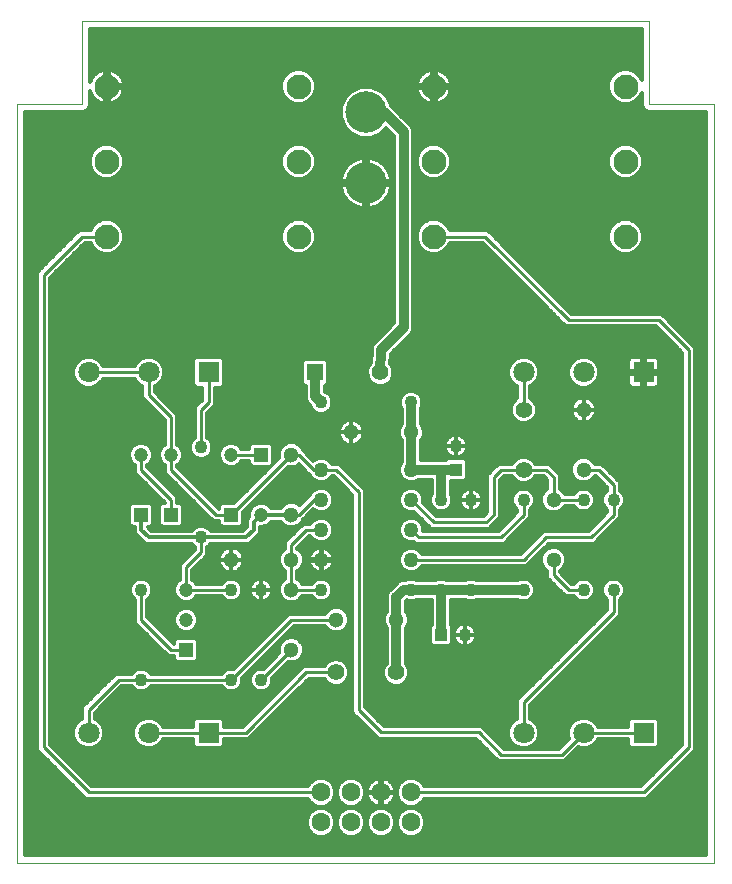
<source format=gbl>
G75*
%MOIN*%
%OFA0B0*%
%FSLAX25Y25*%
%IPPOS*%
%LPD*%
%AMOC8*
5,1,8,0,0,1.08239X$1,22.5*
%
%ADD10R,0.07087X0.07087*%
%ADD11C,0.07087*%
%ADD12C,0.05118*%
%ADD13C,0.05512*%
%ADD14R,0.04331X0.04331*%
%ADD15C,0.04331*%
%ADD16R,0.05512X0.05512*%
%ADD17C,0.04724*%
%ADD18R,0.04724X0.04724*%
%ADD19C,0.05000*%
%ADD20C,0.08268*%
%ADD21C,0.13843*%
%ADD22C,0.06299*%
%ADD23C,0.00000*%
%ADD24C,0.03200*%
%ADD25C,0.01200*%
%ADD26C,0.03346*%
%ADD27C,0.01000*%
D10*
X0068750Y0048913D03*
X0068750Y0169163D03*
X0213750Y0169163D03*
X0213750Y0048913D03*
D11*
X0193750Y0048913D03*
X0173750Y0048913D03*
X0173750Y0169163D03*
X0193750Y0169163D03*
X0048750Y0169163D03*
X0028750Y0169163D03*
X0028750Y0048913D03*
X0048750Y0048913D03*
D12*
X0096250Y0076600D03*
X0111250Y0086600D03*
X0096250Y0096600D03*
X0096250Y0106600D03*
X0096250Y0121600D03*
X0096250Y0141600D03*
X0116250Y0149100D03*
X0136250Y0149100D03*
X0183750Y0126600D03*
X0193750Y0136600D03*
X0193750Y0156600D03*
X0183750Y0106600D03*
X0131250Y0086600D03*
X0076250Y0106600D03*
D13*
X0111250Y0069100D03*
X0131250Y0069100D03*
X0173750Y0136600D03*
X0173750Y0156600D03*
X0126000Y0169100D03*
D14*
X0151245Y0136670D03*
X0146247Y0081605D03*
D15*
X0154107Y0081602D03*
X0156250Y0096600D03*
X0146250Y0096600D03*
X0136250Y0096600D03*
X0146250Y0126600D03*
X0156250Y0126600D03*
X0151248Y0144530D03*
X0136250Y0159100D03*
X0106250Y0159100D03*
X0066250Y0144100D03*
X0066250Y0114100D03*
X0076250Y0096600D03*
X0086250Y0096600D03*
X0106250Y0096600D03*
X0086250Y0066600D03*
X0076250Y0066600D03*
X0046250Y0066600D03*
X0046250Y0096600D03*
X0173750Y0096600D03*
X0193750Y0096600D03*
X0203750Y0096600D03*
X0203750Y0126600D03*
X0193750Y0126600D03*
X0173750Y0126600D03*
D16*
X0104250Y0169100D03*
D17*
X0076250Y0141600D03*
X0086250Y0121600D03*
X0061250Y0096600D03*
X0061250Y0086600D03*
X0056250Y0141600D03*
X0046250Y0141600D03*
D18*
X0046250Y0121600D03*
X0056250Y0121600D03*
X0076250Y0121600D03*
X0086250Y0141600D03*
X0061250Y0076600D03*
D19*
X0106250Y0106600D03*
X0106250Y0116600D03*
X0106250Y0126600D03*
X0106250Y0136600D03*
X0136250Y0136600D03*
X0136250Y0126600D03*
X0136250Y0116600D03*
X0136250Y0106600D03*
D20*
X0143801Y0214350D03*
X0143801Y0239350D03*
X0143801Y0264350D03*
X0098699Y0264350D03*
X0098699Y0239350D03*
X0098699Y0214350D03*
X0034801Y0214350D03*
X0034801Y0239350D03*
X0034801Y0264350D03*
X0207699Y0264350D03*
X0207699Y0239350D03*
X0207699Y0214350D03*
D21*
X0121250Y0232188D03*
X0121250Y0255810D03*
D22*
X0116250Y0029100D03*
X0116250Y0019100D03*
X0106250Y0019100D03*
X0106250Y0029100D03*
X0126250Y0029100D03*
X0126250Y0019100D03*
X0136250Y0019100D03*
X0136250Y0029100D03*
D23*
X0237283Y0005600D02*
X0005000Y0005600D01*
X0005000Y0258631D01*
X0026654Y0258631D01*
X0026654Y0286191D01*
X0215630Y0286191D01*
X0215630Y0258631D01*
X0237283Y0258631D01*
X0237283Y0005600D01*
D24*
X0173750Y0096600D02*
X0156250Y0096600D01*
X0146250Y0096600D01*
X0146250Y0084035D01*
X0146247Y0081605D01*
X0146250Y0096600D02*
X0136250Y0096600D01*
X0133750Y0096600D01*
X0131250Y0094100D01*
X0131250Y0086600D01*
X0131250Y0069100D01*
X0146250Y0126600D02*
X0146250Y0136600D01*
X0151175Y0136600D01*
X0151245Y0136670D01*
X0146250Y0136600D02*
X0136250Y0136600D01*
X0136250Y0149100D01*
X0136250Y0159100D01*
X0126000Y0169100D02*
X0126250Y0176600D01*
X0133750Y0184100D01*
X0133750Y0249100D01*
X0127040Y0255810D01*
X0121250Y0255810D01*
X0104250Y0169100D02*
X0104250Y0161100D01*
X0106250Y0159100D01*
D25*
X0107450Y0162679D02*
X0107450Y0164744D01*
X0107669Y0164744D01*
X0108606Y0165681D01*
X0108606Y0172519D01*
X0107669Y0173456D01*
X0100831Y0173456D01*
X0099894Y0172519D01*
X0099894Y0165681D01*
X0100831Y0164744D01*
X0101050Y0164744D01*
X0101050Y0160463D01*
X0101537Y0159287D01*
X0102493Y0158332D01*
X0103058Y0156967D01*
X0104117Y0155908D01*
X0105501Y0155335D01*
X0106999Y0155335D01*
X0108383Y0155908D01*
X0109442Y0156967D01*
X0110015Y0158351D01*
X0110015Y0159849D01*
X0109442Y0161233D01*
X0108383Y0162292D01*
X0107450Y0162679D01*
X0107450Y0163296D02*
X0171650Y0163296D01*
X0171650Y0164466D02*
X0171650Y0160445D01*
X0171283Y0160293D01*
X0170057Y0159067D01*
X0169394Y0157466D01*
X0169394Y0155734D01*
X0170057Y0154133D01*
X0171283Y0152907D01*
X0172884Y0152244D01*
X0174616Y0152244D01*
X0176217Y0152907D01*
X0177443Y0154133D01*
X0178106Y0155734D01*
X0178106Y0157466D01*
X0177443Y0159067D01*
X0176217Y0160293D01*
X0175850Y0160445D01*
X0175850Y0164466D01*
X0176663Y0164803D01*
X0178110Y0166250D01*
X0178893Y0168140D01*
X0178893Y0170186D01*
X0178110Y0172076D01*
X0176663Y0173523D01*
X0174773Y0174306D01*
X0172727Y0174306D01*
X0170837Y0173523D01*
X0169390Y0172076D01*
X0168607Y0170186D01*
X0168607Y0168140D01*
X0169390Y0166250D01*
X0170837Y0164803D01*
X0171650Y0164466D01*
X0171580Y0164495D02*
X0107450Y0164495D01*
X0108606Y0165693D02*
X0123247Y0165693D01*
X0123533Y0165407D02*
X0125134Y0164744D01*
X0126866Y0164744D01*
X0128467Y0165407D01*
X0129693Y0166633D01*
X0130356Y0168234D01*
X0130356Y0169966D01*
X0129693Y0171567D01*
X0129297Y0171963D01*
X0129406Y0175231D01*
X0136463Y0182287D01*
X0136950Y0183463D01*
X0136950Y0249737D01*
X0136463Y0250913D01*
X0135563Y0251813D01*
X0129701Y0257674D01*
X0128474Y0260637D01*
X0126077Y0263034D01*
X0122945Y0264331D01*
X0119555Y0264331D01*
X0116423Y0263034D01*
X0114026Y0260637D01*
X0112729Y0257505D01*
X0112729Y0254115D01*
X0114026Y0250983D01*
X0116423Y0248586D01*
X0119555Y0247289D01*
X0122945Y0247289D01*
X0126077Y0248586D01*
X0127908Y0250417D01*
X0130550Y0247775D01*
X0130550Y0185425D01*
X0124025Y0178900D01*
X0123599Y0178502D01*
X0123576Y0178452D01*
X0123537Y0178413D01*
X0123314Y0177874D01*
X0123073Y0177343D01*
X0123071Y0177288D01*
X0123050Y0177237D01*
X0123050Y0176653D01*
X0122900Y0172160D01*
X0122307Y0171567D01*
X0121644Y0169966D01*
X0121644Y0168234D01*
X0122307Y0166633D01*
X0123533Y0165407D01*
X0122200Y0166892D02*
X0108606Y0166892D01*
X0108606Y0168090D02*
X0121704Y0168090D01*
X0121644Y0169289D02*
X0108606Y0169289D01*
X0108606Y0170487D02*
X0121860Y0170487D01*
X0122425Y0171686D02*
X0108606Y0171686D01*
X0108240Y0172884D02*
X0122924Y0172884D01*
X0122964Y0174083D02*
X0073180Y0174083D01*
X0072956Y0174306D02*
X0064544Y0174306D01*
X0063607Y0173369D01*
X0063607Y0164957D01*
X0064544Y0164020D01*
X0066650Y0164020D01*
X0066650Y0159970D01*
X0064150Y0157470D01*
X0064150Y0147306D01*
X0064117Y0147292D01*
X0063058Y0146233D01*
X0062485Y0144849D01*
X0062485Y0143351D01*
X0063058Y0141967D01*
X0064117Y0140908D01*
X0065501Y0140335D01*
X0066999Y0140335D01*
X0068383Y0140908D01*
X0069442Y0141967D01*
X0070015Y0143351D01*
X0070015Y0144849D01*
X0069442Y0146233D01*
X0068383Y0147292D01*
X0068350Y0147306D01*
X0068350Y0155730D01*
X0069620Y0157000D01*
X0070850Y0158230D01*
X0070850Y0164020D01*
X0072956Y0164020D01*
X0073893Y0164957D01*
X0073893Y0173369D01*
X0072956Y0174306D01*
X0073893Y0172884D02*
X0100260Y0172884D01*
X0099894Y0171686D02*
X0073893Y0171686D01*
X0073893Y0170487D02*
X0099894Y0170487D01*
X0099894Y0169289D02*
X0073893Y0169289D01*
X0073893Y0168090D02*
X0099894Y0168090D01*
X0099894Y0166892D02*
X0073893Y0166892D01*
X0073893Y0165693D02*
X0099894Y0165693D01*
X0101050Y0164495D02*
X0073431Y0164495D01*
X0070850Y0163296D02*
X0101050Y0163296D01*
X0101050Y0162098D02*
X0070850Y0162098D01*
X0070850Y0160899D02*
X0101050Y0160899D01*
X0101366Y0159701D02*
X0070850Y0159701D01*
X0070850Y0158502D02*
X0102323Y0158502D01*
X0102919Y0157303D02*
X0069923Y0157303D01*
X0068725Y0156105D02*
X0103920Y0156105D01*
X0108580Y0156105D02*
X0133050Y0156105D01*
X0133050Y0156986D02*
X0133050Y0151782D01*
X0132724Y0151456D01*
X0132091Y0149927D01*
X0132091Y0148273D01*
X0132724Y0146744D01*
X0133050Y0146418D01*
X0133050Y0139198D01*
X0132774Y0138922D01*
X0132150Y0137416D01*
X0132150Y0135784D01*
X0132774Y0134278D01*
X0133928Y0133124D01*
X0135434Y0132500D01*
X0137066Y0132500D01*
X0138572Y0133124D01*
X0138848Y0133400D01*
X0143050Y0133400D01*
X0143050Y0128714D01*
X0142485Y0127349D01*
X0142485Y0125851D01*
X0143058Y0124467D01*
X0144117Y0123408D01*
X0145501Y0122835D01*
X0146999Y0122835D01*
X0148383Y0123408D01*
X0149442Y0124467D01*
X0150015Y0125851D01*
X0150015Y0127349D01*
X0149450Y0128714D01*
X0149450Y0132905D01*
X0154073Y0132905D01*
X0155010Y0133842D01*
X0155010Y0139498D01*
X0154073Y0140435D01*
X0148417Y0140435D01*
X0147782Y0139800D01*
X0139450Y0139800D01*
X0139450Y0146418D01*
X0139776Y0146744D01*
X0140409Y0148273D01*
X0140409Y0149927D01*
X0139776Y0151456D01*
X0139450Y0151782D01*
X0139450Y0156986D01*
X0140015Y0158351D01*
X0140015Y0159849D01*
X0139442Y0161233D01*
X0138383Y0162292D01*
X0136999Y0162865D01*
X0135501Y0162865D01*
X0134117Y0162292D01*
X0133058Y0161233D01*
X0132485Y0159849D01*
X0132485Y0158351D01*
X0133050Y0156986D01*
X0132919Y0157303D02*
X0109581Y0157303D01*
X0110015Y0158502D02*
X0132485Y0158502D01*
X0132485Y0159701D02*
X0110015Y0159701D01*
X0109580Y0160899D02*
X0132920Y0160899D01*
X0133923Y0162098D02*
X0108577Y0162098D01*
X0114070Y0152657D02*
X0113541Y0152272D01*
X0113078Y0151809D01*
X0112693Y0151280D01*
X0112396Y0150697D01*
X0112193Y0150074D01*
X0112091Y0149427D01*
X0112091Y0149100D01*
X0116250Y0149100D01*
X0120409Y0149100D01*
X0120409Y0149427D01*
X0120307Y0150074D01*
X0120104Y0150697D01*
X0119807Y0151280D01*
X0119422Y0151809D01*
X0118959Y0152272D01*
X0118430Y0152657D01*
X0117847Y0152954D01*
X0117224Y0153157D01*
X0116577Y0153259D01*
X0116250Y0153259D01*
X0116250Y0149100D01*
X0116250Y0149100D01*
X0116250Y0149100D01*
X0120409Y0149100D01*
X0120409Y0148773D01*
X0120307Y0148126D01*
X0120104Y0147503D01*
X0119807Y0146920D01*
X0119422Y0146391D01*
X0118959Y0145928D01*
X0118430Y0145543D01*
X0117847Y0145246D01*
X0117224Y0145043D01*
X0116577Y0144941D01*
X0116250Y0144941D01*
X0116250Y0149100D01*
X0116250Y0149100D01*
X0116250Y0149100D01*
X0116250Y0153259D01*
X0115923Y0153259D01*
X0115276Y0153157D01*
X0114653Y0152954D01*
X0114070Y0152657D01*
X0113867Y0152509D02*
X0068350Y0152509D01*
X0068350Y0151311D02*
X0112715Y0151311D01*
X0112206Y0150112D02*
X0068350Y0150112D01*
X0068350Y0148914D02*
X0112091Y0148914D01*
X0112091Y0148773D02*
X0112193Y0148126D01*
X0112396Y0147503D01*
X0112693Y0146920D01*
X0113078Y0146391D01*
X0113541Y0145928D01*
X0114070Y0145543D01*
X0114653Y0145246D01*
X0115276Y0145043D01*
X0115923Y0144941D01*
X0116250Y0144941D01*
X0116250Y0149100D01*
X0112091Y0149100D01*
X0112091Y0148773D01*
X0112327Y0147715D02*
X0068350Y0147715D01*
X0069158Y0146517D02*
X0112986Y0146517D01*
X0114511Y0145318D02*
X0098141Y0145318D01*
X0098606Y0145126D02*
X0097077Y0145759D01*
X0095423Y0145759D01*
X0093894Y0145126D01*
X0092724Y0143956D01*
X0092091Y0142427D01*
X0092091Y0140773D01*
X0092197Y0140517D01*
X0077242Y0125562D01*
X0073225Y0125562D01*
X0072288Y0124625D01*
X0072288Y0123700D01*
X0072120Y0123700D01*
X0058350Y0137470D01*
X0058350Y0138181D01*
X0058494Y0138241D01*
X0059609Y0139356D01*
X0060212Y0140812D01*
X0060212Y0142388D01*
X0059609Y0143844D01*
X0058494Y0144959D01*
X0058350Y0145019D01*
X0058350Y0154970D01*
X0050850Y0162470D01*
X0050850Y0164466D01*
X0051663Y0164803D01*
X0053110Y0166250D01*
X0053893Y0168140D01*
X0053893Y0170186D01*
X0053110Y0172076D01*
X0051663Y0173523D01*
X0049773Y0174306D01*
X0047727Y0174306D01*
X0045837Y0173523D01*
X0044390Y0172076D01*
X0044053Y0171263D01*
X0033447Y0171263D01*
X0033110Y0172076D01*
X0031663Y0173523D01*
X0029773Y0174306D01*
X0027727Y0174306D01*
X0025837Y0173523D01*
X0024390Y0172076D01*
X0023607Y0170186D01*
X0023607Y0168140D01*
X0024390Y0166250D01*
X0025837Y0164803D01*
X0027727Y0164020D01*
X0029773Y0164020D01*
X0031663Y0164803D01*
X0033110Y0166250D01*
X0033447Y0167063D01*
X0044053Y0167063D01*
X0044390Y0166250D01*
X0045837Y0164803D01*
X0046650Y0164466D01*
X0046650Y0160730D01*
X0047880Y0159500D01*
X0054150Y0153230D01*
X0054150Y0145019D01*
X0054006Y0144959D01*
X0052891Y0143844D01*
X0052288Y0142388D01*
X0052288Y0140812D01*
X0052891Y0139356D01*
X0054006Y0138241D01*
X0054150Y0138181D01*
X0054150Y0135730D01*
X0069150Y0120730D01*
X0070380Y0119500D01*
X0072288Y0119500D01*
X0072288Y0118575D01*
X0073225Y0117638D01*
X0079275Y0117638D01*
X0080212Y0118575D01*
X0080212Y0122592D01*
X0095167Y0137547D01*
X0095423Y0137441D01*
X0097077Y0137441D01*
X0098606Y0138074D01*
X0098956Y0138424D01*
X0101650Y0135730D01*
X0102542Y0134838D01*
X0102774Y0134278D01*
X0103928Y0133124D01*
X0105434Y0132500D01*
X0107066Y0132500D01*
X0108572Y0133124D01*
X0109726Y0134278D01*
X0109818Y0134500D01*
X0110380Y0134500D01*
X0116650Y0128230D01*
X0116650Y0055730D01*
X0124150Y0048230D01*
X0125380Y0047000D01*
X0157880Y0047000D01*
X0164150Y0040730D01*
X0165380Y0039500D01*
X0187307Y0039500D01*
X0191913Y0044107D01*
X0192727Y0043770D01*
X0194773Y0043770D01*
X0196663Y0044553D01*
X0198110Y0046000D01*
X0198447Y0046813D01*
X0208607Y0046813D01*
X0208607Y0044707D01*
X0209544Y0043770D01*
X0217956Y0043770D01*
X0218893Y0044707D01*
X0218893Y0053119D01*
X0217956Y0054056D01*
X0209544Y0054056D01*
X0208607Y0053119D01*
X0208607Y0051013D01*
X0198447Y0051013D01*
X0198110Y0051826D01*
X0196663Y0053273D01*
X0194773Y0054056D01*
X0192727Y0054056D01*
X0190837Y0053273D01*
X0189390Y0051826D01*
X0188607Y0049936D01*
X0188607Y0047890D01*
X0188944Y0047076D01*
X0185567Y0043700D01*
X0167120Y0043700D01*
X0159620Y0051200D01*
X0127120Y0051200D01*
X0120850Y0057470D01*
X0120850Y0129970D01*
X0119620Y0131200D01*
X0112120Y0138700D01*
X0109818Y0138700D01*
X0109726Y0138922D01*
X0108572Y0140076D01*
X0107066Y0140700D01*
X0105434Y0140700D01*
X0103928Y0140076D01*
X0103586Y0139734D01*
X0100850Y0142470D01*
X0100067Y0143253D01*
X0099776Y0143956D01*
X0098606Y0145126D01*
X0099612Y0144120D02*
X0133050Y0144120D01*
X0133050Y0145318D02*
X0117989Y0145318D01*
X0116250Y0145318D02*
X0116250Y0145318D01*
X0116250Y0146517D02*
X0116250Y0146517D01*
X0116250Y0147715D02*
X0116250Y0147715D01*
X0116250Y0148914D02*
X0116250Y0148914D01*
X0116250Y0150112D02*
X0116250Y0150112D01*
X0116250Y0151311D02*
X0116250Y0151311D01*
X0116250Y0152509D02*
X0116250Y0152509D01*
X0118633Y0152509D02*
X0133050Y0152509D01*
X0133050Y0153708D02*
X0068350Y0153708D01*
X0068350Y0154906D02*
X0133050Y0154906D01*
X0132664Y0151311D02*
X0119785Y0151311D01*
X0120294Y0150112D02*
X0132168Y0150112D01*
X0132091Y0148914D02*
X0120409Y0148914D01*
X0120173Y0147715D02*
X0132322Y0147715D01*
X0132951Y0146517D02*
X0119514Y0146517D01*
X0112693Y0138127D02*
X0132445Y0138127D01*
X0132150Y0136929D02*
X0113891Y0136929D01*
X0115090Y0135730D02*
X0132172Y0135730D01*
X0132669Y0134532D02*
X0116288Y0134532D01*
X0117487Y0133333D02*
X0133718Y0133333D01*
X0135434Y0130700D02*
X0133928Y0130076D01*
X0132774Y0128922D01*
X0132150Y0127416D01*
X0132150Y0125784D01*
X0132774Y0124278D01*
X0133928Y0123124D01*
X0135434Y0122500D01*
X0137066Y0122500D01*
X0137288Y0122592D01*
X0141650Y0118230D01*
X0142880Y0117000D01*
X0162120Y0117000D01*
X0164620Y0119500D01*
X0165850Y0120730D01*
X0165850Y0133230D01*
X0167120Y0134500D01*
X0169905Y0134500D01*
X0170057Y0134133D01*
X0171283Y0132907D01*
X0172884Y0132244D01*
X0174616Y0132244D01*
X0176217Y0132907D01*
X0177443Y0134133D01*
X0177595Y0134500D01*
X0180380Y0134500D01*
X0181650Y0133230D01*
X0181650Y0130232D01*
X0181394Y0130126D01*
X0180224Y0128956D01*
X0179591Y0127427D01*
X0179591Y0125773D01*
X0180224Y0124244D01*
X0181394Y0123074D01*
X0182923Y0122441D01*
X0184577Y0122441D01*
X0186106Y0123074D01*
X0187276Y0124244D01*
X0187382Y0124500D01*
X0190544Y0124500D01*
X0190558Y0124467D01*
X0191617Y0123408D01*
X0193001Y0122835D01*
X0194499Y0122835D01*
X0195883Y0123408D01*
X0196942Y0124467D01*
X0197515Y0125851D01*
X0197515Y0127349D01*
X0196942Y0128733D01*
X0195883Y0129792D01*
X0194499Y0130365D01*
X0193001Y0130365D01*
X0191617Y0129792D01*
X0190558Y0128733D01*
X0190544Y0128700D01*
X0187382Y0128700D01*
X0187276Y0128956D01*
X0186106Y0130126D01*
X0185850Y0130232D01*
X0185850Y0134970D01*
X0184620Y0136200D01*
X0182120Y0138700D01*
X0177595Y0138700D01*
X0177443Y0139067D01*
X0176217Y0140293D01*
X0174616Y0140956D01*
X0172884Y0140956D01*
X0171283Y0140293D01*
X0170057Y0139067D01*
X0169905Y0138700D01*
X0165380Y0138700D01*
X0164150Y0137470D01*
X0161650Y0134970D01*
X0161650Y0122470D01*
X0160380Y0121200D01*
X0144620Y0121200D01*
X0140258Y0125562D01*
X0140350Y0125784D01*
X0140350Y0127416D01*
X0139726Y0128922D01*
X0138572Y0130076D01*
X0137066Y0130700D01*
X0135434Y0130700D01*
X0133589Y0129738D02*
X0120850Y0129738D01*
X0120850Y0128539D02*
X0132615Y0128539D01*
X0132150Y0127341D02*
X0120850Y0127341D01*
X0120850Y0126142D02*
X0132150Y0126142D01*
X0132498Y0124944D02*
X0120850Y0124944D01*
X0120850Y0123745D02*
X0133307Y0123745D01*
X0135322Y0122547D02*
X0120850Y0122547D01*
X0120850Y0121348D02*
X0138532Y0121348D01*
X0138394Y0120150D02*
X0139730Y0120150D01*
X0138572Y0120076D02*
X0139726Y0118922D01*
X0140350Y0117416D01*
X0140350Y0116200D01*
X0165380Y0116200D01*
X0171650Y0122470D01*
X0171650Y0123394D01*
X0171617Y0123408D01*
X0170558Y0124467D01*
X0169985Y0125851D01*
X0169985Y0127349D01*
X0170558Y0128733D01*
X0171617Y0129792D01*
X0173001Y0130365D01*
X0174499Y0130365D01*
X0175883Y0129792D01*
X0176942Y0128733D01*
X0177515Y0127349D01*
X0177515Y0125851D01*
X0176942Y0124467D01*
X0175883Y0123408D01*
X0175850Y0123394D01*
X0175850Y0120730D01*
X0174620Y0119500D01*
X0167120Y0112000D01*
X0137880Y0112000D01*
X0137288Y0112592D01*
X0137066Y0112500D01*
X0135434Y0112500D01*
X0133928Y0113124D01*
X0132774Y0114278D01*
X0132150Y0115784D01*
X0132150Y0117416D01*
X0132774Y0118922D01*
X0133928Y0120076D01*
X0135434Y0120700D01*
X0137066Y0120700D01*
X0138572Y0120076D01*
X0139697Y0118951D02*
X0140929Y0118951D01*
X0140210Y0117753D02*
X0142128Y0117753D01*
X0140350Y0116554D02*
X0165734Y0116554D01*
X0166933Y0117753D02*
X0162872Y0117753D01*
X0164071Y0118951D02*
X0168131Y0118951D01*
X0169330Y0120150D02*
X0165269Y0120150D01*
X0165850Y0121348D02*
X0170528Y0121348D01*
X0171650Y0122547D02*
X0165850Y0122547D01*
X0165850Y0123745D02*
X0171280Y0123745D01*
X0170360Y0124944D02*
X0165850Y0124944D01*
X0165850Y0126142D02*
X0169985Y0126142D01*
X0169985Y0127341D02*
X0165850Y0127341D01*
X0165850Y0128539D02*
X0170478Y0128539D01*
X0171563Y0129738D02*
X0165850Y0129738D01*
X0165850Y0130936D02*
X0181650Y0130936D01*
X0181650Y0132135D02*
X0165850Y0132135D01*
X0165953Y0133333D02*
X0170857Y0133333D01*
X0176643Y0133333D02*
X0181547Y0133333D01*
X0181006Y0129738D02*
X0175937Y0129738D01*
X0177022Y0128539D02*
X0180052Y0128539D01*
X0179591Y0127341D02*
X0177515Y0127341D01*
X0177515Y0126142D02*
X0179591Y0126142D01*
X0179934Y0124944D02*
X0177140Y0124944D01*
X0176220Y0123745D02*
X0180723Y0123745D01*
X0182667Y0122547D02*
X0175850Y0122547D01*
X0175850Y0121348D02*
X0200528Y0121348D01*
X0201650Y0122470D02*
X0195380Y0116200D01*
X0180380Y0116200D01*
X0179150Y0114970D01*
X0172880Y0108700D01*
X0139818Y0108700D01*
X0139726Y0108922D01*
X0138572Y0110076D01*
X0137066Y0110700D01*
X0135434Y0110700D01*
X0133928Y0110076D01*
X0132774Y0108922D01*
X0132150Y0107416D01*
X0132150Y0105784D01*
X0132774Y0104278D01*
X0133928Y0103124D01*
X0135434Y0102500D01*
X0137066Y0102500D01*
X0138572Y0103124D01*
X0139726Y0104278D01*
X0139818Y0104500D01*
X0174620Y0104500D01*
X0182120Y0112000D01*
X0197120Y0112000D01*
X0204620Y0119500D01*
X0205850Y0120730D01*
X0205850Y0123394D01*
X0205883Y0123408D01*
X0206942Y0124467D01*
X0207515Y0125851D01*
X0207515Y0127349D01*
X0206942Y0128733D01*
X0205883Y0129792D01*
X0205850Y0129806D01*
X0205850Y0132470D01*
X0200850Y0137470D01*
X0199620Y0138700D01*
X0197382Y0138700D01*
X0197276Y0138956D01*
X0196106Y0140126D01*
X0194577Y0140759D01*
X0192923Y0140759D01*
X0191394Y0140126D01*
X0190224Y0138956D01*
X0189591Y0137427D01*
X0189591Y0135773D01*
X0190224Y0134244D01*
X0191394Y0133074D01*
X0192923Y0132441D01*
X0194577Y0132441D01*
X0196106Y0133074D01*
X0197276Y0134244D01*
X0197382Y0134500D01*
X0197880Y0134500D01*
X0201650Y0130730D01*
X0201650Y0129806D01*
X0201617Y0129792D01*
X0200558Y0128733D01*
X0199985Y0127349D01*
X0199985Y0125851D01*
X0200558Y0124467D01*
X0201617Y0123408D01*
X0201650Y0123394D01*
X0201650Y0122470D01*
X0201650Y0122547D02*
X0184833Y0122547D01*
X0186777Y0123745D02*
X0191280Y0123745D01*
X0196220Y0123745D02*
X0201280Y0123745D01*
X0200360Y0124944D02*
X0197140Y0124944D01*
X0197515Y0126142D02*
X0199985Y0126142D01*
X0199985Y0127341D02*
X0197515Y0127341D01*
X0197022Y0128539D02*
X0200478Y0128539D01*
X0201563Y0129738D02*
X0195937Y0129738D01*
X0196365Y0133333D02*
X0199047Y0133333D01*
X0200245Y0132135D02*
X0185850Y0132135D01*
X0185850Y0133333D02*
X0191135Y0133333D01*
X0190105Y0134532D02*
X0185850Y0134532D01*
X0185090Y0135730D02*
X0189609Y0135730D01*
X0189591Y0136929D02*
X0183891Y0136929D01*
X0182693Y0138127D02*
X0189881Y0138127D01*
X0190594Y0139326D02*
X0177184Y0139326D01*
X0175658Y0140524D02*
X0192356Y0140524D01*
X0195144Y0140524D02*
X0226650Y0140524D01*
X0226650Y0139326D02*
X0196906Y0139326D01*
X0200193Y0138127D02*
X0226650Y0138127D01*
X0226650Y0136929D02*
X0201391Y0136929D01*
X0202590Y0135730D02*
X0226650Y0135730D01*
X0226650Y0134532D02*
X0203788Y0134532D01*
X0204987Y0133333D02*
X0226650Y0133333D01*
X0226650Y0132135D02*
X0205850Y0132135D01*
X0205850Y0130936D02*
X0226650Y0130936D01*
X0226650Y0129738D02*
X0205937Y0129738D01*
X0207022Y0128539D02*
X0226650Y0128539D01*
X0226650Y0127341D02*
X0207515Y0127341D01*
X0207515Y0126142D02*
X0226650Y0126142D01*
X0226650Y0124944D02*
X0207140Y0124944D01*
X0206220Y0123745D02*
X0226650Y0123745D01*
X0226650Y0122547D02*
X0205850Y0122547D01*
X0205850Y0121348D02*
X0226650Y0121348D01*
X0226650Y0120150D02*
X0205269Y0120150D01*
X0204071Y0118951D02*
X0226650Y0118951D01*
X0226650Y0117753D02*
X0202872Y0117753D01*
X0201674Y0116554D02*
X0226650Y0116554D01*
X0226650Y0115356D02*
X0200475Y0115356D01*
X0199277Y0114157D02*
X0226650Y0114157D01*
X0226650Y0112959D02*
X0198078Y0112959D01*
X0195734Y0116554D02*
X0171674Y0116554D01*
X0170475Y0115356D02*
X0179536Y0115356D01*
X0178337Y0114157D02*
X0169277Y0114157D01*
X0168078Y0112959D02*
X0177139Y0112959D01*
X0175940Y0111760D02*
X0120850Y0111760D01*
X0120850Y0110562D02*
X0135100Y0110562D01*
X0133215Y0109363D02*
X0120850Y0109363D01*
X0120850Y0108165D02*
X0132460Y0108165D01*
X0132150Y0106966D02*
X0120850Y0106966D01*
X0120850Y0105768D02*
X0132157Y0105768D01*
X0132653Y0104569D02*
X0120850Y0104569D01*
X0120850Y0103370D02*
X0133681Y0103370D01*
X0135501Y0100365D02*
X0134136Y0099800D01*
X0133113Y0099800D01*
X0131937Y0099313D01*
X0131037Y0098413D01*
X0128537Y0095913D01*
X0128050Y0094737D01*
X0128050Y0089282D01*
X0127724Y0088956D01*
X0127091Y0087427D01*
X0127091Y0085773D01*
X0127724Y0084244D01*
X0128050Y0083918D01*
X0128050Y0072060D01*
X0127557Y0071567D01*
X0126894Y0069966D01*
X0126894Y0068234D01*
X0127557Y0066633D01*
X0128783Y0065407D01*
X0130384Y0064744D01*
X0132116Y0064744D01*
X0133717Y0065407D01*
X0134943Y0066633D01*
X0135606Y0068234D01*
X0135606Y0069966D01*
X0134943Y0071567D01*
X0134450Y0072060D01*
X0134450Y0083918D01*
X0134776Y0084244D01*
X0135409Y0085773D01*
X0135409Y0087427D01*
X0134776Y0088956D01*
X0134450Y0089282D01*
X0134450Y0092775D01*
X0134800Y0093125D01*
X0135501Y0092835D01*
X0136999Y0092835D01*
X0138364Y0093400D01*
X0143050Y0093400D01*
X0143050Y0085001D01*
X0142482Y0084433D01*
X0142482Y0078777D01*
X0143419Y0077840D01*
X0149076Y0077840D01*
X0150013Y0078777D01*
X0150013Y0084433D01*
X0149450Y0084996D01*
X0149450Y0093400D01*
X0154136Y0093400D01*
X0155501Y0092835D01*
X0156999Y0092835D01*
X0158364Y0093400D01*
X0171636Y0093400D01*
X0173001Y0092835D01*
X0174499Y0092835D01*
X0175883Y0093408D01*
X0176942Y0094467D01*
X0177515Y0095851D01*
X0177515Y0097349D01*
X0176942Y0098733D01*
X0175883Y0099792D01*
X0174499Y0100365D01*
X0173001Y0100365D01*
X0171636Y0099800D01*
X0158364Y0099800D01*
X0156999Y0100365D01*
X0155501Y0100365D01*
X0154136Y0099800D01*
X0148364Y0099800D01*
X0146999Y0100365D01*
X0145501Y0100365D01*
X0144136Y0099800D01*
X0138364Y0099800D01*
X0136999Y0100365D01*
X0135501Y0100365D01*
X0133053Y0099775D02*
X0120850Y0099775D01*
X0120850Y0100973D02*
X0181650Y0100973D01*
X0181650Y0100730D02*
X0186650Y0095730D01*
X0187880Y0094500D01*
X0190544Y0094500D01*
X0190558Y0094467D01*
X0191617Y0093408D01*
X0193001Y0092835D01*
X0194499Y0092835D01*
X0195883Y0093408D01*
X0196942Y0094467D01*
X0197515Y0095851D01*
X0197515Y0097349D01*
X0196942Y0098733D01*
X0195883Y0099792D01*
X0194499Y0100365D01*
X0193001Y0100365D01*
X0191617Y0099792D01*
X0190558Y0098733D01*
X0190544Y0098700D01*
X0189620Y0098700D01*
X0185850Y0102470D01*
X0185850Y0102968D01*
X0186106Y0103074D01*
X0187276Y0104244D01*
X0187909Y0105773D01*
X0187909Y0107427D01*
X0187276Y0108956D01*
X0186106Y0110126D01*
X0184577Y0110759D01*
X0182923Y0110759D01*
X0181394Y0110126D01*
X0180224Y0108956D01*
X0179591Y0107427D01*
X0179591Y0105773D01*
X0180224Y0104244D01*
X0181394Y0103074D01*
X0181650Y0102968D01*
X0181650Y0100730D01*
X0182605Y0099775D02*
X0175900Y0099775D01*
X0177007Y0098576D02*
X0183804Y0098576D01*
X0185002Y0097378D02*
X0177503Y0097378D01*
X0177515Y0096179D02*
X0186201Y0096179D01*
X0187399Y0094981D02*
X0177155Y0094981D01*
X0176257Y0093782D02*
X0191243Y0093782D01*
X0196257Y0093782D02*
X0201243Y0093782D01*
X0201617Y0093408D02*
X0201650Y0093394D01*
X0201650Y0089970D01*
X0171650Y0059970D01*
X0171650Y0053610D01*
X0170837Y0053273D01*
X0169390Y0051826D01*
X0168607Y0049936D01*
X0168607Y0047890D01*
X0169390Y0046000D01*
X0170837Y0044553D01*
X0172727Y0043770D01*
X0174773Y0043770D01*
X0176663Y0044553D01*
X0178110Y0046000D01*
X0178893Y0047890D01*
X0178893Y0049936D01*
X0178110Y0051826D01*
X0176663Y0053273D01*
X0175850Y0053610D01*
X0175850Y0058230D01*
X0205850Y0088230D01*
X0205850Y0093394D01*
X0205883Y0093408D01*
X0206942Y0094467D01*
X0207515Y0095851D01*
X0207515Y0097349D01*
X0206942Y0098733D01*
X0205883Y0099792D01*
X0204499Y0100365D01*
X0203001Y0100365D01*
X0201617Y0099792D01*
X0200558Y0098733D01*
X0199985Y0097349D01*
X0199985Y0095851D01*
X0200558Y0094467D01*
X0201617Y0093408D01*
X0201650Y0092584D02*
X0149450Y0092584D01*
X0149450Y0091385D02*
X0201650Y0091385D01*
X0201650Y0090187D02*
X0149450Y0090187D01*
X0149450Y0088988D02*
X0200669Y0088988D01*
X0199470Y0087790D02*
X0149450Y0087790D01*
X0149450Y0086591D02*
X0198271Y0086591D01*
X0197073Y0085393D02*
X0149450Y0085393D01*
X0150013Y0084194D02*
X0151374Y0084194D01*
X0151183Y0084003D02*
X0150771Y0083386D01*
X0150487Y0082701D01*
X0150342Y0081973D01*
X0150342Y0081603D01*
X0154107Y0081603D01*
X0154107Y0085368D01*
X0153737Y0085368D01*
X0153009Y0085223D01*
X0152324Y0084939D01*
X0151707Y0084527D01*
X0151183Y0084003D01*
X0150609Y0082996D02*
X0150013Y0082996D01*
X0150013Y0081797D02*
X0150342Y0081797D01*
X0150342Y0081602D02*
X0150342Y0081232D01*
X0150487Y0080504D01*
X0150771Y0079819D01*
X0151183Y0079202D01*
X0151707Y0078678D01*
X0152324Y0078266D01*
X0153009Y0077982D01*
X0153737Y0077837D01*
X0154107Y0077837D01*
X0154107Y0081602D01*
X0154108Y0081602D01*
X0154108Y0081603D01*
X0157873Y0081603D01*
X0157873Y0081973D01*
X0157728Y0082701D01*
X0157444Y0083386D01*
X0157032Y0084003D01*
X0156508Y0084527D01*
X0155891Y0084939D01*
X0155206Y0085223D01*
X0154478Y0085368D01*
X0154108Y0085368D01*
X0154108Y0081603D01*
X0154107Y0081603D01*
X0154107Y0081602D01*
X0150342Y0081602D01*
X0150468Y0080599D02*
X0150013Y0080599D01*
X0150013Y0079400D02*
X0151050Y0079400D01*
X0152478Y0078202D02*
X0149438Y0078202D01*
X0154107Y0078202D02*
X0154108Y0078202D01*
X0154108Y0077837D02*
X0154478Y0077837D01*
X0155206Y0077982D01*
X0155891Y0078266D01*
X0156508Y0078678D01*
X0157032Y0079202D01*
X0157444Y0079819D01*
X0157728Y0080504D01*
X0157873Y0081232D01*
X0157873Y0081602D01*
X0154108Y0081602D01*
X0154108Y0077837D01*
X0154107Y0079400D02*
X0154108Y0079400D01*
X0154107Y0080599D02*
X0154108Y0080599D01*
X0154107Y0081797D02*
X0154108Y0081797D01*
X0154107Y0082996D02*
X0154108Y0082996D01*
X0154107Y0084194D02*
X0154108Y0084194D01*
X0156841Y0084194D02*
X0195874Y0084194D01*
X0194676Y0082996D02*
X0157606Y0082996D01*
X0157873Y0081797D02*
X0193477Y0081797D01*
X0192279Y0080599D02*
X0157747Y0080599D01*
X0157165Y0079400D02*
X0191080Y0079400D01*
X0189882Y0078202D02*
X0155737Y0078202D01*
X0143057Y0078202D02*
X0134450Y0078202D01*
X0134450Y0079400D02*
X0142482Y0079400D01*
X0142482Y0080599D02*
X0134450Y0080599D01*
X0134450Y0081797D02*
X0142482Y0081797D01*
X0142482Y0082996D02*
X0134450Y0082996D01*
X0134726Y0084194D02*
X0142482Y0084194D01*
X0143050Y0085393D02*
X0135252Y0085393D01*
X0135409Y0086591D02*
X0143050Y0086591D01*
X0143050Y0087790D02*
X0135259Y0087790D01*
X0134743Y0088988D02*
X0143050Y0088988D01*
X0143050Y0090187D02*
X0134450Y0090187D01*
X0134450Y0091385D02*
X0143050Y0091385D01*
X0143050Y0092584D02*
X0134450Y0092584D01*
X0128050Y0092584D02*
X0120850Y0092584D01*
X0120850Y0093782D02*
X0128050Y0093782D01*
X0128151Y0094981D02*
X0120850Y0094981D01*
X0120850Y0096179D02*
X0128804Y0096179D01*
X0130002Y0097378D02*
X0120850Y0097378D01*
X0120850Y0098576D02*
X0131201Y0098576D01*
X0128050Y0091385D02*
X0120850Y0091385D01*
X0120850Y0090187D02*
X0128050Y0090187D01*
X0127757Y0088988D02*
X0120850Y0088988D01*
X0120850Y0087790D02*
X0127241Y0087790D01*
X0127091Y0086591D02*
X0120850Y0086591D01*
X0120850Y0085393D02*
X0127248Y0085393D01*
X0127774Y0084194D02*
X0120850Y0084194D01*
X0120850Y0082996D02*
X0128050Y0082996D01*
X0128050Y0081797D02*
X0120850Y0081797D01*
X0120850Y0080599D02*
X0128050Y0080599D01*
X0128050Y0079400D02*
X0120850Y0079400D01*
X0120850Y0078202D02*
X0128050Y0078202D01*
X0128050Y0077003D02*
X0120850Y0077003D01*
X0120850Y0075805D02*
X0128050Y0075805D01*
X0128050Y0074606D02*
X0120850Y0074606D01*
X0120850Y0073408D02*
X0128050Y0073408D01*
X0128050Y0072209D02*
X0120850Y0072209D01*
X0120850Y0071011D02*
X0127327Y0071011D01*
X0126894Y0069812D02*
X0120850Y0069812D01*
X0120850Y0068614D02*
X0126894Y0068614D01*
X0127233Y0067415D02*
X0120850Y0067415D01*
X0120850Y0066217D02*
X0127973Y0066217D01*
X0129722Y0065018D02*
X0120850Y0065018D01*
X0120850Y0063820D02*
X0175500Y0063820D01*
X0176698Y0065018D02*
X0132778Y0065018D01*
X0134527Y0066217D02*
X0177897Y0066217D01*
X0179095Y0067415D02*
X0135267Y0067415D01*
X0135606Y0068614D02*
X0180294Y0068614D01*
X0181492Y0069812D02*
X0135606Y0069812D01*
X0135173Y0071011D02*
X0182691Y0071011D01*
X0183889Y0072209D02*
X0134450Y0072209D01*
X0134450Y0073408D02*
X0185088Y0073408D01*
X0186286Y0074606D02*
X0134450Y0074606D01*
X0134450Y0075805D02*
X0187485Y0075805D01*
X0188683Y0077003D02*
X0134450Y0077003D01*
X0120850Y0062621D02*
X0174301Y0062621D01*
X0173103Y0061423D02*
X0120850Y0061423D01*
X0120850Y0060224D02*
X0171904Y0060224D01*
X0171650Y0059026D02*
X0120850Y0059026D01*
X0120850Y0057827D02*
X0171650Y0057827D01*
X0171650Y0056629D02*
X0121691Y0056629D01*
X0122890Y0055430D02*
X0171650Y0055430D01*
X0171650Y0054232D02*
X0124088Y0054232D01*
X0125287Y0053033D02*
X0170596Y0053033D01*
X0169398Y0051834D02*
X0126485Y0051834D01*
X0122943Y0049437D02*
X0084557Y0049437D01*
X0083359Y0048239D02*
X0124141Y0048239D01*
X0125340Y0047040D02*
X0082160Y0047040D01*
X0081933Y0046813D02*
X0102120Y0067000D01*
X0107405Y0067000D01*
X0107557Y0066633D01*
X0108783Y0065407D01*
X0110384Y0064744D01*
X0112116Y0064744D01*
X0113717Y0065407D01*
X0114943Y0066633D01*
X0115606Y0068234D01*
X0115606Y0069966D01*
X0114943Y0071567D01*
X0113717Y0072793D01*
X0112116Y0073456D01*
X0110384Y0073456D01*
X0108783Y0072793D01*
X0107557Y0071567D01*
X0107405Y0071200D01*
X0100380Y0071200D01*
X0099150Y0069970D01*
X0080193Y0051013D01*
X0073893Y0051013D01*
X0073893Y0053119D01*
X0072956Y0054056D01*
X0064544Y0054056D01*
X0063607Y0053119D01*
X0063607Y0051013D01*
X0053447Y0051013D01*
X0053110Y0051826D01*
X0051663Y0053273D01*
X0049773Y0054056D01*
X0047727Y0054056D01*
X0045837Y0053273D01*
X0044390Y0051826D01*
X0043607Y0049936D01*
X0043607Y0047890D01*
X0044390Y0046000D01*
X0045837Y0044553D01*
X0047727Y0043770D01*
X0049773Y0043770D01*
X0051663Y0044553D01*
X0053110Y0046000D01*
X0053447Y0046813D01*
X0063607Y0046813D01*
X0063607Y0044707D01*
X0064544Y0043770D01*
X0072956Y0043770D01*
X0073893Y0044707D01*
X0073893Y0046813D01*
X0081933Y0046813D01*
X0081015Y0051834D02*
X0073893Y0051834D01*
X0073893Y0053033D02*
X0082213Y0053033D01*
X0083412Y0054232D02*
X0030850Y0054232D01*
X0030850Y0053610D02*
X0030850Y0055730D01*
X0039620Y0064500D01*
X0043044Y0064500D01*
X0043058Y0064467D01*
X0044117Y0063408D01*
X0045501Y0062835D01*
X0046999Y0062835D01*
X0048383Y0063408D01*
X0049442Y0064467D01*
X0049456Y0064500D01*
X0073044Y0064500D01*
X0073058Y0064467D01*
X0074117Y0063408D01*
X0075501Y0062835D01*
X0076999Y0062835D01*
X0078383Y0063408D01*
X0079442Y0064467D01*
X0080015Y0065851D01*
X0080015Y0067349D01*
X0080002Y0067382D01*
X0097120Y0084500D01*
X0107618Y0084500D01*
X0107724Y0084244D01*
X0108894Y0083074D01*
X0110423Y0082441D01*
X0112077Y0082441D01*
X0113606Y0083074D01*
X0114776Y0084244D01*
X0115409Y0085773D01*
X0115409Y0087427D01*
X0114776Y0088956D01*
X0113606Y0090126D01*
X0112077Y0090759D01*
X0110423Y0090759D01*
X0108894Y0090126D01*
X0107724Y0088956D01*
X0107618Y0088700D01*
X0095380Y0088700D01*
X0077032Y0070352D01*
X0076999Y0070365D01*
X0075501Y0070365D01*
X0074117Y0069792D01*
X0073058Y0068733D01*
X0073044Y0068700D01*
X0049456Y0068700D01*
X0049442Y0068733D01*
X0048383Y0069792D01*
X0046999Y0070365D01*
X0045501Y0070365D01*
X0044117Y0069792D01*
X0043058Y0068733D01*
X0043044Y0068700D01*
X0037880Y0068700D01*
X0036650Y0067470D01*
X0026650Y0057470D01*
X0026650Y0053610D01*
X0025837Y0053273D01*
X0024390Y0051826D01*
X0023607Y0049936D01*
X0023607Y0047890D01*
X0024390Y0046000D01*
X0025837Y0044553D01*
X0027727Y0043770D01*
X0029773Y0043770D01*
X0031663Y0044553D01*
X0033110Y0046000D01*
X0033893Y0047890D01*
X0033893Y0049936D01*
X0033110Y0051826D01*
X0031663Y0053273D01*
X0030850Y0053610D01*
X0031904Y0053033D02*
X0045596Y0053033D01*
X0044398Y0051834D02*
X0033102Y0051834D01*
X0033603Y0050636D02*
X0043897Y0050636D01*
X0043607Y0049437D02*
X0033893Y0049437D01*
X0033893Y0048239D02*
X0043607Y0048239D01*
X0043959Y0047040D02*
X0033541Y0047040D01*
X0032953Y0045842D02*
X0044547Y0045842D01*
X0045746Y0044643D02*
X0031754Y0044643D01*
X0025746Y0044643D02*
X0016176Y0044643D01*
X0015850Y0044970D02*
X0015850Y0200730D01*
X0027370Y0212250D01*
X0029465Y0212250D01*
X0029940Y0211102D01*
X0031553Y0209489D01*
X0033661Y0208616D01*
X0035942Y0208616D01*
X0038049Y0209489D01*
X0039662Y0211102D01*
X0040535Y0213209D01*
X0040535Y0215491D01*
X0039662Y0217598D01*
X0038049Y0219211D01*
X0035942Y0220084D01*
X0033661Y0220084D01*
X0031553Y0219211D01*
X0029940Y0217598D01*
X0029465Y0216450D01*
X0025630Y0216450D01*
X0011650Y0202470D01*
X0011650Y0043230D01*
X0026650Y0028230D01*
X0027880Y0027000D01*
X0101979Y0027000D01*
X0102223Y0026410D01*
X0103560Y0025073D01*
X0105305Y0024350D01*
X0107195Y0024350D01*
X0108940Y0025073D01*
X0110277Y0026410D01*
X0111000Y0028155D01*
X0111000Y0030045D01*
X0110277Y0031790D01*
X0108940Y0033127D01*
X0107195Y0033850D01*
X0105305Y0033850D01*
X0103560Y0033127D01*
X0102223Y0031790D01*
X0101979Y0031200D01*
X0029620Y0031200D01*
X0015850Y0044970D01*
X0015850Y0045842D02*
X0024547Y0045842D01*
X0023959Y0047040D02*
X0015850Y0047040D01*
X0015850Y0048239D02*
X0023607Y0048239D01*
X0023607Y0049437D02*
X0015850Y0049437D01*
X0015850Y0050636D02*
X0023897Y0050636D01*
X0024398Y0051834D02*
X0015850Y0051834D01*
X0015850Y0053033D02*
X0025596Y0053033D01*
X0026650Y0054232D02*
X0015850Y0054232D01*
X0015850Y0055430D02*
X0026650Y0055430D01*
X0026650Y0056629D02*
X0015850Y0056629D01*
X0015850Y0057827D02*
X0027007Y0057827D01*
X0028206Y0059026D02*
X0015850Y0059026D01*
X0015850Y0060224D02*
X0029404Y0060224D01*
X0030603Y0061423D02*
X0015850Y0061423D01*
X0015850Y0062621D02*
X0031801Y0062621D01*
X0033000Y0063820D02*
X0015850Y0063820D01*
X0015850Y0065018D02*
X0034198Y0065018D01*
X0035397Y0066217D02*
X0015850Y0066217D01*
X0015850Y0067415D02*
X0036595Y0067415D01*
X0037794Y0068614D02*
X0015850Y0068614D01*
X0015850Y0069812D02*
X0044166Y0069812D01*
X0048334Y0069812D02*
X0074166Y0069812D01*
X0077691Y0071011D02*
X0015850Y0071011D01*
X0015850Y0072209D02*
X0078889Y0072209D01*
X0080088Y0073408D02*
X0065045Y0073408D01*
X0065212Y0073575D02*
X0065212Y0079625D01*
X0064275Y0080562D01*
X0058225Y0080562D01*
X0057288Y0079625D01*
X0057288Y0078700D01*
X0057120Y0078700D01*
X0048350Y0087470D01*
X0048350Y0093394D01*
X0048383Y0093408D01*
X0049442Y0094467D01*
X0050015Y0095851D01*
X0050015Y0097349D01*
X0049442Y0098733D01*
X0048383Y0099792D01*
X0046999Y0100365D01*
X0045501Y0100365D01*
X0044117Y0099792D01*
X0043058Y0098733D01*
X0042485Y0097349D01*
X0042485Y0095851D01*
X0043058Y0094467D01*
X0044117Y0093408D01*
X0044150Y0093394D01*
X0044150Y0085730D01*
X0054150Y0075730D01*
X0055380Y0074500D01*
X0057288Y0074500D01*
X0057288Y0073575D01*
X0058225Y0072638D01*
X0064275Y0072638D01*
X0065212Y0073575D01*
X0065212Y0074606D02*
X0081286Y0074606D01*
X0082485Y0075805D02*
X0065212Y0075805D01*
X0065212Y0077003D02*
X0083683Y0077003D01*
X0084882Y0078202D02*
X0065212Y0078202D01*
X0065212Y0079400D02*
X0086080Y0079400D01*
X0087279Y0080599D02*
X0055221Y0080599D01*
X0054023Y0081797D02*
X0088477Y0081797D01*
X0089676Y0082996D02*
X0062902Y0082996D01*
X0063494Y0083241D02*
X0064609Y0084356D01*
X0065212Y0085812D01*
X0065212Y0087388D01*
X0064609Y0088844D01*
X0063494Y0089959D01*
X0062038Y0090562D01*
X0060462Y0090562D01*
X0059006Y0089959D01*
X0057891Y0088844D01*
X0057288Y0087388D01*
X0057288Y0085812D01*
X0057891Y0084356D01*
X0059006Y0083241D01*
X0060462Y0082638D01*
X0062038Y0082638D01*
X0063494Y0083241D01*
X0064448Y0084194D02*
X0090874Y0084194D01*
X0092073Y0085393D02*
X0065039Y0085393D01*
X0065212Y0086591D02*
X0093271Y0086591D01*
X0094470Y0087790D02*
X0065046Y0087790D01*
X0064465Y0088988D02*
X0107757Y0088988D01*
X0109041Y0090187D02*
X0062944Y0090187D01*
X0062038Y0092638D02*
X0063494Y0093241D01*
X0064609Y0094356D01*
X0064669Y0094500D01*
X0073044Y0094500D01*
X0073058Y0094467D01*
X0074117Y0093408D01*
X0075501Y0092835D01*
X0076999Y0092835D01*
X0078383Y0093408D01*
X0079442Y0094467D01*
X0080015Y0095851D01*
X0080015Y0097349D01*
X0079442Y0098733D01*
X0078383Y0099792D01*
X0076999Y0100365D01*
X0075501Y0100365D01*
X0074117Y0099792D01*
X0073058Y0098733D01*
X0073044Y0098700D01*
X0064669Y0098700D01*
X0064609Y0098844D01*
X0063494Y0099959D01*
X0063350Y0100019D01*
X0063350Y0103230D01*
X0067120Y0107000D01*
X0068350Y0108230D01*
X0068350Y0110894D01*
X0068383Y0110908D01*
X0069375Y0111900D01*
X0082161Y0111900D01*
X0084661Y0114400D01*
X0085950Y0115689D01*
X0085950Y0117638D01*
X0087038Y0117638D01*
X0088494Y0118241D01*
X0089609Y0119356D01*
X0089627Y0119400D01*
X0092660Y0119400D01*
X0092724Y0119244D01*
X0093894Y0118074D01*
X0095423Y0117441D01*
X0097077Y0117441D01*
X0098606Y0118074D01*
X0099776Y0119244D01*
X0100067Y0119947D01*
X0100850Y0120730D01*
X0103586Y0123466D01*
X0103928Y0123124D01*
X0105434Y0122500D01*
X0107066Y0122500D01*
X0108572Y0123124D01*
X0109726Y0124278D01*
X0110350Y0125784D01*
X0110350Y0127416D01*
X0109726Y0128922D01*
X0108572Y0130076D01*
X0107066Y0130700D01*
X0105434Y0130700D01*
X0103928Y0130076D01*
X0102774Y0128922D01*
X0102542Y0128362D01*
X0098956Y0124776D01*
X0098606Y0125126D01*
X0097077Y0125759D01*
X0095423Y0125759D01*
X0093894Y0125126D01*
X0092724Y0123956D01*
X0092660Y0123800D01*
X0089627Y0123800D01*
X0089609Y0123844D01*
X0088494Y0124959D01*
X0087038Y0125562D01*
X0085462Y0125562D01*
X0084006Y0124959D01*
X0082891Y0123844D01*
X0082288Y0122388D01*
X0082288Y0120812D01*
X0082306Y0120767D01*
X0081550Y0120011D01*
X0081550Y0117511D01*
X0080339Y0116300D01*
X0069375Y0116300D01*
X0068383Y0117292D01*
X0066999Y0117865D01*
X0065501Y0117865D01*
X0064117Y0117292D01*
X0063125Y0116300D01*
X0049661Y0116300D01*
X0048450Y0117511D01*
X0048450Y0117638D01*
X0049275Y0117638D01*
X0050212Y0118575D01*
X0050212Y0124625D01*
X0049275Y0125562D01*
X0043225Y0125562D01*
X0042288Y0124625D01*
X0042288Y0118575D01*
X0043225Y0117638D01*
X0044050Y0117638D01*
X0044050Y0115689D01*
X0046550Y0113189D01*
X0047839Y0111900D01*
X0063125Y0111900D01*
X0064117Y0110908D01*
X0064150Y0110894D01*
X0064150Y0109970D01*
X0059150Y0104970D01*
X0059150Y0100019D01*
X0059006Y0099959D01*
X0057891Y0098844D01*
X0057288Y0097388D01*
X0057288Y0095812D01*
X0057891Y0094356D01*
X0059006Y0093241D01*
X0060462Y0092638D01*
X0062038Y0092638D01*
X0064036Y0093782D02*
X0073743Y0093782D01*
X0078757Y0093782D02*
X0083743Y0093782D01*
X0083850Y0093675D02*
X0084466Y0093263D01*
X0085152Y0092979D01*
X0085879Y0092835D01*
X0086250Y0092835D01*
X0086621Y0092835D01*
X0087348Y0092979D01*
X0088034Y0093263D01*
X0088650Y0093675D01*
X0089175Y0094200D01*
X0089587Y0094816D01*
X0089871Y0095502D01*
X0090015Y0096229D01*
X0090015Y0096600D01*
X0090015Y0096971D01*
X0089871Y0097698D01*
X0089587Y0098384D01*
X0089175Y0099000D01*
X0088650Y0099525D01*
X0088034Y0099937D01*
X0087348Y0100221D01*
X0086621Y0100365D01*
X0086250Y0100365D01*
X0085879Y0100365D01*
X0085152Y0100221D01*
X0084466Y0099937D01*
X0083850Y0099525D01*
X0083325Y0099000D01*
X0082913Y0098384D01*
X0082629Y0097698D01*
X0082485Y0096971D01*
X0082485Y0096600D01*
X0082485Y0096229D01*
X0082629Y0095502D01*
X0082913Y0094816D01*
X0083325Y0094200D01*
X0083850Y0093675D01*
X0082845Y0094981D02*
X0079655Y0094981D01*
X0080015Y0096179D02*
X0082495Y0096179D01*
X0082485Y0096600D02*
X0086250Y0096600D01*
X0086250Y0096600D01*
X0086250Y0100365D01*
X0086250Y0096600D01*
X0090015Y0096600D01*
X0086250Y0096600D01*
X0086250Y0096600D01*
X0086250Y0096600D01*
X0082485Y0096600D01*
X0082566Y0097378D02*
X0080003Y0097378D01*
X0079507Y0098576D02*
X0083042Y0098576D01*
X0084224Y0099775D02*
X0078400Y0099775D01*
X0077224Y0102543D02*
X0077847Y0102746D01*
X0078430Y0103043D01*
X0078959Y0103428D01*
X0079422Y0103891D01*
X0079807Y0104420D01*
X0080104Y0105003D01*
X0080307Y0105626D01*
X0080409Y0106273D01*
X0080409Y0106600D01*
X0080409Y0106927D01*
X0080307Y0107574D01*
X0080104Y0108197D01*
X0079807Y0108780D01*
X0079422Y0109309D01*
X0078959Y0109772D01*
X0078430Y0110157D01*
X0077847Y0110454D01*
X0077224Y0110657D01*
X0076577Y0110759D01*
X0076250Y0110759D01*
X0076250Y0106600D01*
X0080409Y0106600D01*
X0076250Y0106600D01*
X0076250Y0106600D01*
X0076250Y0106600D01*
X0076250Y0102441D01*
X0076577Y0102441D01*
X0077224Y0102543D01*
X0076250Y0102441D02*
X0076250Y0106600D01*
X0076250Y0106600D01*
X0076250Y0106600D01*
X0072091Y0106600D01*
X0072091Y0106927D01*
X0072193Y0107574D01*
X0072396Y0108197D01*
X0072693Y0108780D01*
X0073078Y0109309D01*
X0073541Y0109772D01*
X0074070Y0110157D01*
X0074653Y0110454D01*
X0075276Y0110657D01*
X0075923Y0110759D01*
X0076250Y0110759D01*
X0076250Y0106600D01*
X0072091Y0106600D01*
X0072091Y0106273D01*
X0072193Y0105626D01*
X0072396Y0105003D01*
X0072693Y0104420D01*
X0073078Y0103891D01*
X0073541Y0103428D01*
X0074070Y0103043D01*
X0074653Y0102746D01*
X0075276Y0102543D01*
X0075923Y0102441D01*
X0076250Y0102441D01*
X0076250Y0103370D02*
X0076250Y0103370D01*
X0076250Y0104569D02*
X0076250Y0104569D01*
X0076250Y0105768D02*
X0076250Y0105768D01*
X0076250Y0106966D02*
X0076250Y0106966D01*
X0076250Y0108165D02*
X0076250Y0108165D01*
X0076250Y0109363D02*
X0076250Y0109363D01*
X0076250Y0110562D02*
X0076250Y0110562D01*
X0074983Y0110562D02*
X0068350Y0110562D01*
X0068350Y0109363D02*
X0073131Y0109363D01*
X0072385Y0108165D02*
X0068284Y0108165D01*
X0067086Y0106966D02*
X0072097Y0106966D01*
X0072171Y0105768D02*
X0065887Y0105768D01*
X0064689Y0104569D02*
X0072617Y0104569D01*
X0073619Y0103370D02*
X0063490Y0103370D01*
X0063350Y0102172D02*
X0094150Y0102172D01*
X0094150Y0102968D02*
X0094150Y0100232D01*
X0093894Y0100126D01*
X0092724Y0098956D01*
X0092091Y0097427D01*
X0092091Y0095773D01*
X0092724Y0094244D01*
X0093894Y0093074D01*
X0095423Y0092441D01*
X0097077Y0092441D01*
X0098606Y0093074D01*
X0099776Y0094244D01*
X0099882Y0094500D01*
X0103044Y0094500D01*
X0103058Y0094467D01*
X0104117Y0093408D01*
X0105501Y0092835D01*
X0106999Y0092835D01*
X0108383Y0093408D01*
X0109442Y0094467D01*
X0110015Y0095851D01*
X0110015Y0097349D01*
X0109442Y0098733D01*
X0108383Y0099792D01*
X0106999Y0100365D01*
X0105501Y0100365D01*
X0104117Y0099792D01*
X0103058Y0098733D01*
X0103044Y0098700D01*
X0099882Y0098700D01*
X0099776Y0098956D01*
X0098606Y0100126D01*
X0098350Y0100232D01*
X0098350Y0102968D01*
X0098606Y0103074D01*
X0099776Y0104244D01*
X0100409Y0105773D01*
X0100409Y0107427D01*
X0099776Y0108956D01*
X0098606Y0110126D01*
X0098350Y0110232D01*
X0098350Y0110730D01*
X0102120Y0114500D01*
X0102682Y0114500D01*
X0102774Y0114278D01*
X0103928Y0113124D01*
X0105434Y0112500D01*
X0107066Y0112500D01*
X0108572Y0113124D01*
X0109726Y0114278D01*
X0110350Y0115784D01*
X0110350Y0117416D01*
X0109726Y0118922D01*
X0108572Y0120076D01*
X0107066Y0120700D01*
X0105434Y0120700D01*
X0103928Y0120076D01*
X0102774Y0118922D01*
X0102682Y0118700D01*
X0100380Y0118700D01*
X0099150Y0117470D01*
X0094150Y0112470D01*
X0094150Y0110232D01*
X0093894Y0110126D01*
X0092724Y0108956D01*
X0092091Y0107427D01*
X0092091Y0105773D01*
X0092724Y0104244D01*
X0093894Y0103074D01*
X0094150Y0102968D01*
X0093598Y0103370D02*
X0078881Y0103370D01*
X0079883Y0104569D02*
X0092590Y0104569D01*
X0092093Y0105768D02*
X0080329Y0105768D01*
X0080403Y0106966D02*
X0092091Y0106966D01*
X0092396Y0108165D02*
X0080115Y0108165D01*
X0079369Y0109363D02*
X0093131Y0109363D01*
X0094150Y0110562D02*
X0077517Y0110562D01*
X0081250Y0114100D02*
X0083750Y0116600D01*
X0083750Y0119100D01*
X0086250Y0121600D01*
X0096250Y0121600D01*
X0094670Y0117753D02*
X0087315Y0117753D01*
X0085950Y0116554D02*
X0098234Y0116554D01*
X0097830Y0117753D02*
X0099433Y0117753D01*
X0099483Y0118951D02*
X0102803Y0118951D01*
X0104106Y0120150D02*
X0100269Y0120150D01*
X0101468Y0121348D02*
X0116650Y0121348D01*
X0116650Y0120150D02*
X0108394Y0120150D01*
X0109697Y0118951D02*
X0116650Y0118951D01*
X0116650Y0117753D02*
X0110210Y0117753D01*
X0110350Y0116554D02*
X0116650Y0116554D01*
X0116650Y0115356D02*
X0110172Y0115356D01*
X0109605Y0114157D02*
X0116650Y0114157D01*
X0116650Y0112959D02*
X0108173Y0112959D01*
X0107325Y0110562D02*
X0116650Y0110562D01*
X0116650Y0111760D02*
X0099380Y0111760D01*
X0098350Y0110562D02*
X0105175Y0110562D01*
X0105290Y0110599D02*
X0104676Y0110400D01*
X0104101Y0110107D01*
X0103579Y0109727D01*
X0103123Y0109271D01*
X0102743Y0108749D01*
X0102450Y0108174D01*
X0102251Y0107560D01*
X0102150Y0106923D01*
X0102150Y0106800D01*
X0106050Y0106800D01*
X0106050Y0110700D01*
X0105927Y0110700D01*
X0105290Y0110599D01*
X0106050Y0110562D02*
X0106450Y0110562D01*
X0106450Y0110700D02*
X0106573Y0110700D01*
X0107210Y0110599D01*
X0107824Y0110400D01*
X0108399Y0110107D01*
X0108921Y0109727D01*
X0109377Y0109271D01*
X0109757Y0108749D01*
X0110050Y0108174D01*
X0110249Y0107560D01*
X0110350Y0106923D01*
X0110350Y0106800D01*
X0106450Y0106800D01*
X0106450Y0106400D01*
X0110350Y0106400D01*
X0110350Y0106277D01*
X0110249Y0105640D01*
X0110050Y0105026D01*
X0109757Y0104451D01*
X0109377Y0103929D01*
X0108921Y0103473D01*
X0108399Y0103093D01*
X0107824Y0102800D01*
X0107210Y0102601D01*
X0106573Y0102500D01*
X0106450Y0102500D01*
X0106450Y0106400D01*
X0106050Y0106400D01*
X0106050Y0102500D01*
X0105927Y0102500D01*
X0105290Y0102601D01*
X0104676Y0102800D01*
X0104101Y0103093D01*
X0103579Y0103473D01*
X0103123Y0103929D01*
X0102743Y0104451D01*
X0102450Y0105026D01*
X0102251Y0105640D01*
X0102150Y0106277D01*
X0102150Y0106400D01*
X0106050Y0106400D01*
X0106050Y0106800D01*
X0106450Y0106800D01*
X0106450Y0110700D01*
X0106450Y0109363D02*
X0106050Y0109363D01*
X0106050Y0108165D02*
X0106450Y0108165D01*
X0106450Y0106966D02*
X0106050Y0106966D01*
X0106050Y0105768D02*
X0106450Y0105768D01*
X0106450Y0104569D02*
X0106050Y0104569D01*
X0106050Y0103370D02*
X0106450Y0103370D01*
X0108780Y0103370D02*
X0116650Y0103370D01*
X0116650Y0102172D02*
X0098350Y0102172D01*
X0098350Y0100973D02*
X0116650Y0100973D01*
X0116650Y0099775D02*
X0108400Y0099775D01*
X0109507Y0098576D02*
X0116650Y0098576D01*
X0116650Y0097378D02*
X0110003Y0097378D01*
X0110015Y0096179D02*
X0116650Y0096179D01*
X0116650Y0094981D02*
X0109655Y0094981D01*
X0108757Y0093782D02*
X0116650Y0093782D01*
X0116650Y0092584D02*
X0097422Y0092584D01*
X0099314Y0093782D02*
X0103743Y0093782D01*
X0104100Y0099775D02*
X0098957Y0099775D01*
X0098902Y0103370D02*
X0103720Y0103370D01*
X0102683Y0104569D02*
X0099910Y0104569D01*
X0100407Y0105768D02*
X0102231Y0105768D01*
X0102157Y0106966D02*
X0100409Y0106966D01*
X0100104Y0108165D02*
X0102447Y0108165D01*
X0103215Y0109363D02*
X0099369Y0109363D01*
X0100578Y0112959D02*
X0104327Y0112959D01*
X0102895Y0114157D02*
X0101777Y0114157D01*
X0097036Y0115356D02*
X0085617Y0115356D01*
X0084418Y0114157D02*
X0095837Y0114157D01*
X0094639Y0112959D02*
X0083220Y0112959D01*
X0081250Y0114100D02*
X0066250Y0114100D01*
X0048750Y0114100D01*
X0046250Y0116600D01*
X0046250Y0121600D01*
X0050212Y0121348D02*
X0052288Y0121348D01*
X0052288Y0120150D02*
X0050212Y0120150D01*
X0050212Y0118951D02*
X0052288Y0118951D01*
X0052288Y0118575D02*
X0053225Y0117638D01*
X0059275Y0117638D01*
X0060212Y0118575D01*
X0060212Y0124625D01*
X0059275Y0125562D01*
X0058350Y0125562D01*
X0058350Y0127470D01*
X0057120Y0128700D01*
X0048350Y0137470D01*
X0048350Y0138181D01*
X0048494Y0138241D01*
X0049609Y0139356D01*
X0050212Y0140812D01*
X0050212Y0142388D01*
X0049609Y0143844D01*
X0048494Y0144959D01*
X0047038Y0145562D01*
X0045462Y0145562D01*
X0044006Y0144959D01*
X0042891Y0143844D01*
X0042288Y0142388D01*
X0042288Y0140812D01*
X0042891Y0139356D01*
X0044006Y0138241D01*
X0044150Y0138181D01*
X0044150Y0135730D01*
X0054150Y0125730D01*
X0054150Y0125562D01*
X0053225Y0125562D01*
X0052288Y0124625D01*
X0052288Y0118575D01*
X0053110Y0117753D02*
X0049390Y0117753D01*
X0049407Y0116554D02*
X0063379Y0116554D01*
X0065229Y0117753D02*
X0059390Y0117753D01*
X0060212Y0118951D02*
X0072288Y0118951D01*
X0073110Y0117753D02*
X0067271Y0117753D01*
X0069121Y0116554D02*
X0080593Y0116554D01*
X0081550Y0117753D02*
X0079390Y0117753D01*
X0080212Y0118951D02*
X0081550Y0118951D01*
X0081688Y0120150D02*
X0080212Y0120150D01*
X0080212Y0121348D02*
X0082288Y0121348D01*
X0082353Y0122547D02*
X0080212Y0122547D01*
X0081365Y0123745D02*
X0082850Y0123745D01*
X0082564Y0124944D02*
X0083990Y0124944D01*
X0083762Y0126142D02*
X0100322Y0126142D01*
X0099124Y0124944D02*
X0098788Y0124944D01*
X0101521Y0127341D02*
X0084961Y0127341D01*
X0086159Y0128539D02*
X0102615Y0128539D01*
X0103589Y0129738D02*
X0087358Y0129738D01*
X0088556Y0130936D02*
X0113944Y0130936D01*
X0115142Y0129738D02*
X0108911Y0129738D01*
X0109885Y0128539D02*
X0116341Y0128539D01*
X0116650Y0127341D02*
X0110350Y0127341D01*
X0110350Y0126142D02*
X0116650Y0126142D01*
X0116650Y0124944D02*
X0110002Y0124944D01*
X0109193Y0123745D02*
X0116650Y0123745D01*
X0116650Y0122547D02*
X0107178Y0122547D01*
X0105322Y0122547D02*
X0102667Y0122547D01*
X0094150Y0111760D02*
X0069235Y0111760D01*
X0064150Y0110562D02*
X0015850Y0110562D01*
X0015850Y0111760D02*
X0063265Y0111760D01*
X0063543Y0109363D02*
X0015850Y0109363D01*
X0015850Y0108165D02*
X0062345Y0108165D01*
X0061146Y0106966D02*
X0015850Y0106966D01*
X0015850Y0105768D02*
X0059948Y0105768D01*
X0059150Y0104569D02*
X0015850Y0104569D01*
X0015850Y0103370D02*
X0059150Y0103370D01*
X0059150Y0102172D02*
X0015850Y0102172D01*
X0015850Y0100973D02*
X0059150Y0100973D01*
X0058822Y0099775D02*
X0048400Y0099775D01*
X0049507Y0098576D02*
X0057780Y0098576D01*
X0057288Y0097378D02*
X0050003Y0097378D01*
X0050015Y0096179D02*
X0057288Y0096179D01*
X0057632Y0094981D02*
X0049655Y0094981D01*
X0048757Y0093782D02*
X0058464Y0093782D01*
X0059556Y0090187D02*
X0048350Y0090187D01*
X0048350Y0091385D02*
X0116650Y0091385D01*
X0116650Y0090187D02*
X0113459Y0090187D01*
X0114743Y0088988D02*
X0116650Y0088988D01*
X0116650Y0087790D02*
X0115259Y0087790D01*
X0115409Y0086591D02*
X0116650Y0086591D01*
X0116650Y0085393D02*
X0115252Y0085393D01*
X0114726Y0084194D02*
X0116650Y0084194D01*
X0116650Y0082996D02*
X0113417Y0082996D01*
X0116650Y0081797D02*
X0094417Y0081797D01*
X0095036Y0080599D02*
X0093219Y0080599D01*
X0093894Y0080126D02*
X0092724Y0078956D01*
X0092091Y0077427D01*
X0092091Y0075773D01*
X0092197Y0075517D01*
X0087032Y0070352D01*
X0086999Y0070365D01*
X0085501Y0070365D01*
X0084117Y0069792D01*
X0083058Y0068733D01*
X0082485Y0067349D01*
X0082485Y0065851D01*
X0083058Y0064467D01*
X0084117Y0063408D01*
X0085501Y0062835D01*
X0086999Y0062835D01*
X0088383Y0063408D01*
X0089442Y0064467D01*
X0090015Y0065851D01*
X0090015Y0067349D01*
X0090002Y0067382D01*
X0095167Y0072547D01*
X0095423Y0072441D01*
X0097077Y0072441D01*
X0098606Y0073074D01*
X0099776Y0074244D01*
X0100409Y0075773D01*
X0100409Y0077427D01*
X0099776Y0078956D01*
X0098606Y0080126D01*
X0097077Y0080759D01*
X0095423Y0080759D01*
X0093894Y0080126D01*
X0093168Y0079400D02*
X0092020Y0079400D01*
X0092412Y0078202D02*
X0090822Y0078202D01*
X0089623Y0077003D02*
X0092091Y0077003D01*
X0092091Y0075805D02*
X0088425Y0075805D01*
X0087226Y0074606D02*
X0091286Y0074606D01*
X0090088Y0073408D02*
X0086028Y0073408D01*
X0084829Y0072209D02*
X0088889Y0072209D01*
X0087691Y0071011D02*
X0083631Y0071011D01*
X0084166Y0069812D02*
X0082432Y0069812D01*
X0083009Y0068614D02*
X0081233Y0068614D01*
X0080035Y0067415D02*
X0082512Y0067415D01*
X0082485Y0066217D02*
X0080015Y0066217D01*
X0079670Y0065018D02*
X0082830Y0065018D01*
X0083705Y0063820D02*
X0078795Y0063820D01*
X0073705Y0063820D02*
X0048795Y0063820D01*
X0043705Y0063820D02*
X0038939Y0063820D01*
X0037741Y0062621D02*
X0091801Y0062621D01*
X0090603Y0061423D02*
X0036542Y0061423D01*
X0035344Y0060224D02*
X0089404Y0060224D01*
X0088206Y0059026D02*
X0034145Y0059026D01*
X0032947Y0057827D02*
X0087007Y0057827D01*
X0085809Y0056629D02*
X0031748Y0056629D01*
X0030850Y0055430D02*
X0084610Y0055430D01*
X0088153Y0053033D02*
X0119347Y0053033D01*
X0118149Y0054232D02*
X0089351Y0054232D01*
X0090550Y0055430D02*
X0116950Y0055430D01*
X0116650Y0056629D02*
X0091748Y0056629D01*
X0092947Y0057827D02*
X0116650Y0057827D01*
X0116650Y0059026D02*
X0094145Y0059026D01*
X0095344Y0060224D02*
X0116650Y0060224D01*
X0116650Y0061423D02*
X0096542Y0061423D01*
X0097741Y0062621D02*
X0116650Y0062621D01*
X0116650Y0063820D02*
X0098939Y0063820D01*
X0100138Y0065018D02*
X0109722Y0065018D01*
X0107973Y0066217D02*
X0101336Y0066217D01*
X0098992Y0069812D02*
X0092432Y0069812D01*
X0091233Y0068614D02*
X0097794Y0068614D01*
X0096595Y0067415D02*
X0090035Y0067415D01*
X0090015Y0066217D02*
X0095397Y0066217D01*
X0094198Y0065018D02*
X0089670Y0065018D01*
X0088795Y0063820D02*
X0093000Y0063820D01*
X0093631Y0071011D02*
X0100191Y0071011D01*
X0098939Y0073408D02*
X0110267Y0073408D01*
X0112233Y0073408D02*
X0116650Y0073408D01*
X0116650Y0074606D02*
X0099926Y0074606D01*
X0100409Y0075805D02*
X0116650Y0075805D01*
X0116650Y0077003D02*
X0100409Y0077003D01*
X0100088Y0078202D02*
X0116650Y0078202D01*
X0116650Y0079400D02*
X0099332Y0079400D01*
X0097464Y0080599D02*
X0116650Y0080599D01*
X0109083Y0082996D02*
X0095616Y0082996D01*
X0096814Y0084194D02*
X0107774Y0084194D01*
X0108199Y0072209D02*
X0094829Y0072209D01*
X0112778Y0065018D02*
X0116650Y0065018D01*
X0116650Y0066217D02*
X0114527Y0066217D01*
X0115267Y0067415D02*
X0116650Y0067415D01*
X0116650Y0068614D02*
X0115606Y0068614D01*
X0115606Y0069812D02*
X0116650Y0069812D01*
X0116650Y0071011D02*
X0115173Y0071011D01*
X0114301Y0072209D02*
X0116650Y0072209D01*
X0120546Y0051834D02*
X0086954Y0051834D01*
X0085756Y0050636D02*
X0121744Y0050636D01*
X0125138Y0033733D02*
X0124427Y0033502D01*
X0123761Y0033162D01*
X0123156Y0032723D01*
X0122627Y0032194D01*
X0122188Y0031589D01*
X0121848Y0030923D01*
X0121617Y0030212D01*
X0121500Y0029474D01*
X0121500Y0029386D01*
X0125964Y0029386D01*
X0125964Y0033850D01*
X0125876Y0033850D01*
X0125138Y0033733D01*
X0125964Y0032658D02*
X0126536Y0032658D01*
X0126536Y0033850D02*
X0126624Y0033850D01*
X0127362Y0033733D01*
X0128073Y0033502D01*
X0128739Y0033162D01*
X0129344Y0032723D01*
X0129873Y0032194D01*
X0130312Y0031589D01*
X0130652Y0030923D01*
X0130883Y0030212D01*
X0131000Y0029474D01*
X0131000Y0029386D01*
X0126536Y0029386D01*
X0126536Y0028814D01*
X0131000Y0028814D01*
X0131000Y0028726D01*
X0130883Y0027988D01*
X0130652Y0027277D01*
X0130312Y0026611D01*
X0129873Y0026006D01*
X0129344Y0025477D01*
X0128739Y0025038D01*
X0128073Y0024698D01*
X0127362Y0024467D01*
X0126624Y0024350D01*
X0126536Y0024350D01*
X0126536Y0028814D01*
X0125964Y0028814D01*
X0125964Y0024350D01*
X0125876Y0024350D01*
X0125138Y0024467D01*
X0124427Y0024698D01*
X0123761Y0025038D01*
X0123156Y0025477D01*
X0122627Y0026006D01*
X0122188Y0026611D01*
X0121848Y0027277D01*
X0121617Y0027988D01*
X0121500Y0028726D01*
X0121500Y0028814D01*
X0125964Y0028814D01*
X0125964Y0029386D01*
X0126536Y0029386D01*
X0126536Y0033850D01*
X0126536Y0031460D02*
X0125964Y0031460D01*
X0125964Y0030261D02*
X0126536Y0030261D01*
X0126536Y0029063D02*
X0131500Y0029063D01*
X0131500Y0028155D02*
X0132223Y0026410D01*
X0133560Y0025073D01*
X0135305Y0024350D01*
X0137195Y0024350D01*
X0138940Y0025073D01*
X0140277Y0026410D01*
X0140521Y0027000D01*
X0214620Y0027000D01*
X0215850Y0028230D01*
X0230850Y0043230D01*
X0230850Y0177470D01*
X0229620Y0178700D01*
X0229620Y0178700D01*
X0220850Y0187470D01*
X0219620Y0188700D01*
X0189620Y0188700D01*
X0161870Y0216450D01*
X0149138Y0216450D01*
X0148662Y0217598D01*
X0147049Y0219211D01*
X0144942Y0220084D01*
X0142661Y0220084D01*
X0140553Y0219211D01*
X0138940Y0217598D01*
X0138067Y0215491D01*
X0138067Y0213209D01*
X0138940Y0211102D01*
X0140553Y0209489D01*
X0142661Y0208616D01*
X0144942Y0208616D01*
X0147049Y0209489D01*
X0148662Y0211102D01*
X0149138Y0212250D01*
X0160130Y0212250D01*
X0186650Y0185730D01*
X0187880Y0184500D01*
X0217880Y0184500D01*
X0226650Y0175730D01*
X0226650Y0044970D01*
X0212880Y0031200D01*
X0140521Y0031200D01*
X0140277Y0031790D01*
X0138940Y0033127D01*
X0137195Y0033850D01*
X0135305Y0033850D01*
X0133560Y0033127D01*
X0132223Y0031790D01*
X0131500Y0030045D01*
X0131500Y0028155D01*
X0131621Y0027864D02*
X0130843Y0027864D01*
X0130340Y0026666D02*
X0132117Y0026666D01*
X0133166Y0025467D02*
X0129330Y0025467D01*
X0128940Y0023127D02*
X0127195Y0023850D01*
X0125305Y0023850D01*
X0123560Y0023127D01*
X0122223Y0021790D01*
X0121500Y0020045D01*
X0121500Y0018155D01*
X0122223Y0016410D01*
X0123560Y0015073D01*
X0125305Y0014350D01*
X0127195Y0014350D01*
X0128940Y0015073D01*
X0130277Y0016410D01*
X0131000Y0018155D01*
X0131000Y0020045D01*
X0130277Y0021790D01*
X0128940Y0023127D01*
X0128997Y0023070D02*
X0133503Y0023070D01*
X0133560Y0023127D02*
X0132223Y0021790D01*
X0131500Y0020045D01*
X0131500Y0018155D01*
X0132223Y0016410D01*
X0133560Y0015073D01*
X0135305Y0014350D01*
X0137195Y0014350D01*
X0138940Y0015073D01*
X0140277Y0016410D01*
X0141000Y0018155D01*
X0141000Y0020045D01*
X0140277Y0021790D01*
X0138940Y0023127D01*
X0137195Y0023850D01*
X0135305Y0023850D01*
X0133560Y0023127D01*
X0132305Y0021872D02*
X0130195Y0021872D01*
X0130739Y0020673D02*
X0131761Y0020673D01*
X0131500Y0019475D02*
X0131000Y0019475D01*
X0131000Y0018276D02*
X0131500Y0018276D01*
X0131947Y0017078D02*
X0130553Y0017078D01*
X0129746Y0015879D02*
X0132754Y0015879D01*
X0134508Y0014681D02*
X0127992Y0014681D01*
X0124508Y0014681D02*
X0117992Y0014681D01*
X0117195Y0014350D02*
X0118940Y0015073D01*
X0120277Y0016410D01*
X0121000Y0018155D01*
X0121000Y0020045D01*
X0120277Y0021790D01*
X0118940Y0023127D01*
X0117195Y0023850D01*
X0115305Y0023850D01*
X0113560Y0023127D01*
X0112223Y0021790D01*
X0111500Y0020045D01*
X0111500Y0018155D01*
X0112223Y0016410D01*
X0113560Y0015073D01*
X0115305Y0014350D01*
X0117195Y0014350D01*
X0114508Y0014681D02*
X0107992Y0014681D01*
X0107195Y0014350D02*
X0105305Y0014350D01*
X0103560Y0015073D01*
X0102223Y0016410D01*
X0101500Y0018155D01*
X0101500Y0020045D01*
X0102223Y0021790D01*
X0103560Y0023127D01*
X0105305Y0023850D01*
X0107195Y0023850D01*
X0108940Y0023127D01*
X0110277Y0021790D01*
X0111000Y0020045D01*
X0111000Y0018155D01*
X0110277Y0016410D01*
X0108940Y0015073D01*
X0107195Y0014350D01*
X0104508Y0014681D02*
X0007600Y0014681D01*
X0007600Y0015879D02*
X0102754Y0015879D01*
X0101947Y0017078D02*
X0007600Y0017078D01*
X0007600Y0018276D02*
X0101500Y0018276D01*
X0101500Y0019475D02*
X0007600Y0019475D01*
X0007600Y0020673D02*
X0101761Y0020673D01*
X0102305Y0021872D02*
X0007600Y0021872D01*
X0007600Y0023070D02*
X0103503Y0023070D01*
X0103166Y0025467D02*
X0007600Y0025467D01*
X0007600Y0024269D02*
X0234683Y0024269D01*
X0234683Y0025467D02*
X0139334Y0025467D01*
X0140383Y0026666D02*
X0234683Y0026666D01*
X0234683Y0027864D02*
X0215484Y0027864D01*
X0216683Y0029063D02*
X0234683Y0029063D01*
X0234683Y0030261D02*
X0217881Y0030261D01*
X0219080Y0031460D02*
X0234683Y0031460D01*
X0234683Y0032658D02*
X0220278Y0032658D01*
X0221477Y0033857D02*
X0234683Y0033857D01*
X0234683Y0035055D02*
X0222675Y0035055D01*
X0223874Y0036254D02*
X0234683Y0036254D01*
X0234683Y0037452D02*
X0225072Y0037452D01*
X0226271Y0038651D02*
X0234683Y0038651D01*
X0234683Y0039849D02*
X0227469Y0039849D01*
X0228668Y0041048D02*
X0234683Y0041048D01*
X0234683Y0042246D02*
X0229866Y0042246D01*
X0230850Y0043445D02*
X0234683Y0043445D01*
X0234683Y0044643D02*
X0230850Y0044643D01*
X0230850Y0045842D02*
X0234683Y0045842D01*
X0234683Y0047040D02*
X0230850Y0047040D01*
X0230850Y0048239D02*
X0234683Y0048239D01*
X0234683Y0049437D02*
X0230850Y0049437D01*
X0230850Y0050636D02*
X0234683Y0050636D01*
X0234683Y0051834D02*
X0230850Y0051834D01*
X0230850Y0053033D02*
X0234683Y0053033D01*
X0234683Y0054232D02*
X0230850Y0054232D01*
X0230850Y0055430D02*
X0234683Y0055430D01*
X0234683Y0056629D02*
X0230850Y0056629D01*
X0230850Y0057827D02*
X0234683Y0057827D01*
X0234683Y0059026D02*
X0230850Y0059026D01*
X0230850Y0060224D02*
X0234683Y0060224D01*
X0234683Y0061423D02*
X0230850Y0061423D01*
X0230850Y0062621D02*
X0234683Y0062621D01*
X0234683Y0063820D02*
X0230850Y0063820D01*
X0230850Y0065018D02*
X0234683Y0065018D01*
X0234683Y0066217D02*
X0230850Y0066217D01*
X0230850Y0067415D02*
X0234683Y0067415D01*
X0234683Y0068614D02*
X0230850Y0068614D01*
X0230850Y0069812D02*
X0234683Y0069812D01*
X0234683Y0071011D02*
X0230850Y0071011D01*
X0230850Y0072209D02*
X0234683Y0072209D01*
X0234683Y0073408D02*
X0230850Y0073408D01*
X0230850Y0074606D02*
X0234683Y0074606D01*
X0234683Y0075805D02*
X0230850Y0075805D01*
X0230850Y0077003D02*
X0234683Y0077003D01*
X0234683Y0078202D02*
X0230850Y0078202D01*
X0230850Y0079400D02*
X0234683Y0079400D01*
X0234683Y0080599D02*
X0230850Y0080599D01*
X0230850Y0081797D02*
X0234683Y0081797D01*
X0234683Y0082996D02*
X0230850Y0082996D01*
X0230850Y0084194D02*
X0234683Y0084194D01*
X0234683Y0085393D02*
X0230850Y0085393D01*
X0230850Y0086591D02*
X0234683Y0086591D01*
X0234683Y0087790D02*
X0230850Y0087790D01*
X0230850Y0088988D02*
X0234683Y0088988D01*
X0234683Y0090187D02*
X0230850Y0090187D01*
X0230850Y0091385D02*
X0234683Y0091385D01*
X0234683Y0092584D02*
X0230850Y0092584D01*
X0230850Y0093782D02*
X0234683Y0093782D01*
X0234683Y0094981D02*
X0230850Y0094981D01*
X0230850Y0096179D02*
X0234683Y0096179D01*
X0234683Y0097378D02*
X0230850Y0097378D01*
X0230850Y0098576D02*
X0234683Y0098576D01*
X0234683Y0099775D02*
X0230850Y0099775D01*
X0230850Y0100973D02*
X0234683Y0100973D01*
X0234683Y0102172D02*
X0230850Y0102172D01*
X0230850Y0103370D02*
X0234683Y0103370D01*
X0234683Y0104569D02*
X0230850Y0104569D01*
X0230850Y0105768D02*
X0234683Y0105768D01*
X0234683Y0106966D02*
X0230850Y0106966D01*
X0230850Y0108165D02*
X0234683Y0108165D01*
X0234683Y0109363D02*
X0230850Y0109363D01*
X0230850Y0110562D02*
X0234683Y0110562D01*
X0234683Y0111760D02*
X0230850Y0111760D01*
X0230850Y0112959D02*
X0234683Y0112959D01*
X0234683Y0114157D02*
X0230850Y0114157D01*
X0230850Y0115356D02*
X0234683Y0115356D01*
X0234683Y0116554D02*
X0230850Y0116554D01*
X0230850Y0117753D02*
X0234683Y0117753D01*
X0234683Y0118951D02*
X0230850Y0118951D01*
X0230850Y0120150D02*
X0234683Y0120150D01*
X0234683Y0121348D02*
X0230850Y0121348D01*
X0230850Y0122547D02*
X0234683Y0122547D01*
X0234683Y0123745D02*
X0230850Y0123745D01*
X0230850Y0124944D02*
X0234683Y0124944D01*
X0234683Y0126142D02*
X0230850Y0126142D01*
X0230850Y0127341D02*
X0234683Y0127341D01*
X0234683Y0128539D02*
X0230850Y0128539D01*
X0230850Y0129738D02*
X0234683Y0129738D01*
X0234683Y0130936D02*
X0230850Y0130936D01*
X0230850Y0132135D02*
X0234683Y0132135D01*
X0234683Y0133333D02*
X0230850Y0133333D01*
X0230850Y0134532D02*
X0234683Y0134532D01*
X0234683Y0135730D02*
X0230850Y0135730D01*
X0230850Y0136929D02*
X0234683Y0136929D01*
X0234683Y0138127D02*
X0230850Y0138127D01*
X0230850Y0139326D02*
X0234683Y0139326D01*
X0234683Y0140524D02*
X0230850Y0140524D01*
X0230850Y0141723D02*
X0234683Y0141723D01*
X0234683Y0142921D02*
X0230850Y0142921D01*
X0230850Y0144120D02*
X0234683Y0144120D01*
X0234683Y0145318D02*
X0230850Y0145318D01*
X0230850Y0146517D02*
X0234683Y0146517D01*
X0234683Y0147715D02*
X0230850Y0147715D01*
X0230850Y0148914D02*
X0234683Y0148914D01*
X0234683Y0150112D02*
X0230850Y0150112D01*
X0230850Y0151311D02*
X0234683Y0151311D01*
X0234683Y0152509D02*
X0230850Y0152509D01*
X0230850Y0153708D02*
X0234683Y0153708D01*
X0234683Y0154906D02*
X0230850Y0154906D01*
X0230850Y0156105D02*
X0234683Y0156105D01*
X0234683Y0157303D02*
X0230850Y0157303D01*
X0230850Y0158502D02*
X0234683Y0158502D01*
X0234683Y0159701D02*
X0230850Y0159701D01*
X0230850Y0160899D02*
X0234683Y0160899D01*
X0234683Y0162098D02*
X0230850Y0162098D01*
X0230850Y0163296D02*
X0234683Y0163296D01*
X0234683Y0164495D02*
X0230850Y0164495D01*
X0230850Y0165693D02*
X0234683Y0165693D01*
X0234683Y0166892D02*
X0230850Y0166892D01*
X0230850Y0168090D02*
X0234683Y0168090D01*
X0234683Y0169289D02*
X0230850Y0169289D01*
X0230850Y0170487D02*
X0234683Y0170487D01*
X0234683Y0171686D02*
X0230850Y0171686D01*
X0230850Y0172884D02*
X0234683Y0172884D01*
X0234683Y0174083D02*
X0230850Y0174083D01*
X0230850Y0175281D02*
X0234683Y0175281D01*
X0234683Y0176480D02*
X0230850Y0176480D01*
X0230642Y0177678D02*
X0234683Y0177678D01*
X0234683Y0178877D02*
X0229443Y0178877D01*
X0228245Y0180075D02*
X0234683Y0180075D01*
X0234683Y0181274D02*
X0227046Y0181274D01*
X0225848Y0182472D02*
X0234683Y0182472D01*
X0234683Y0183671D02*
X0224649Y0183671D01*
X0223451Y0184869D02*
X0234683Y0184869D01*
X0234683Y0186068D02*
X0222252Y0186068D01*
X0221054Y0187266D02*
X0234683Y0187266D01*
X0234683Y0188465D02*
X0219855Y0188465D01*
X0220850Y0187470D02*
X0220850Y0187470D01*
X0218709Y0183671D02*
X0136950Y0183671D01*
X0136950Y0184869D02*
X0187511Y0184869D01*
X0186312Y0186068D02*
X0136950Y0186068D01*
X0136950Y0187266D02*
X0185114Y0187266D01*
X0183915Y0188465D02*
X0136950Y0188465D01*
X0136950Y0189663D02*
X0182717Y0189663D01*
X0181518Y0190862D02*
X0136950Y0190862D01*
X0136950Y0192060D02*
X0180320Y0192060D01*
X0179121Y0193259D02*
X0136950Y0193259D01*
X0136950Y0194457D02*
X0177923Y0194457D01*
X0176724Y0195656D02*
X0136950Y0195656D01*
X0136950Y0196854D02*
X0175526Y0196854D01*
X0174327Y0198053D02*
X0136950Y0198053D01*
X0136950Y0199251D02*
X0173129Y0199251D01*
X0171930Y0200450D02*
X0136950Y0200450D01*
X0136950Y0201648D02*
X0170732Y0201648D01*
X0169533Y0202847D02*
X0136950Y0202847D01*
X0136950Y0204045D02*
X0168335Y0204045D01*
X0167136Y0205244D02*
X0136950Y0205244D01*
X0136950Y0206442D02*
X0165938Y0206442D01*
X0164739Y0207641D02*
X0136950Y0207641D01*
X0136950Y0208839D02*
X0142121Y0208839D01*
X0140004Y0210038D02*
X0136950Y0210038D01*
X0136950Y0211237D02*
X0138885Y0211237D01*
X0138388Y0212435D02*
X0136950Y0212435D01*
X0136950Y0213634D02*
X0138067Y0213634D01*
X0138067Y0214832D02*
X0136950Y0214832D01*
X0136950Y0216031D02*
X0138291Y0216031D01*
X0138787Y0217229D02*
X0136950Y0217229D01*
X0136950Y0218428D02*
X0139770Y0218428D01*
X0141555Y0219626D02*
X0136950Y0219626D01*
X0136950Y0220825D02*
X0234683Y0220825D01*
X0234683Y0222023D02*
X0136950Y0222023D01*
X0136950Y0223222D02*
X0234683Y0223222D01*
X0234683Y0224420D02*
X0136950Y0224420D01*
X0136950Y0225619D02*
X0234683Y0225619D01*
X0234683Y0226817D02*
X0136950Y0226817D01*
X0136950Y0228016D02*
X0234683Y0228016D01*
X0234683Y0229214D02*
X0136950Y0229214D01*
X0136950Y0230413D02*
X0234683Y0230413D01*
X0234683Y0231611D02*
X0136950Y0231611D01*
X0136950Y0232810D02*
X0234683Y0232810D01*
X0234683Y0234008D02*
X0209786Y0234008D01*
X0208839Y0233616D02*
X0210947Y0234489D01*
X0212560Y0236102D01*
X0213433Y0238209D01*
X0213433Y0240491D01*
X0212560Y0242598D01*
X0210947Y0244211D01*
X0208839Y0245084D01*
X0206558Y0245084D01*
X0204451Y0244211D01*
X0202838Y0242598D01*
X0201965Y0240491D01*
X0201965Y0238209D01*
X0202838Y0236102D01*
X0204451Y0234489D01*
X0206558Y0233616D01*
X0208839Y0233616D01*
X0205612Y0234008D02*
X0145888Y0234008D01*
X0144942Y0233616D02*
X0147049Y0234489D01*
X0148662Y0236102D01*
X0149535Y0238209D01*
X0149535Y0240491D01*
X0148662Y0242598D01*
X0147049Y0244211D01*
X0144942Y0245084D01*
X0142661Y0245084D01*
X0140553Y0244211D01*
X0138940Y0242598D01*
X0138067Y0240491D01*
X0138067Y0238209D01*
X0138940Y0236102D01*
X0140553Y0234489D01*
X0142661Y0233616D01*
X0144942Y0233616D01*
X0147767Y0235207D02*
X0203733Y0235207D01*
X0202712Y0236405D02*
X0148788Y0236405D01*
X0149284Y0237604D02*
X0202216Y0237604D01*
X0201965Y0238802D02*
X0149535Y0238802D01*
X0149535Y0240001D02*
X0201965Y0240001D01*
X0202259Y0241199D02*
X0149241Y0241199D01*
X0148745Y0242398D02*
X0202755Y0242398D01*
X0203836Y0243596D02*
X0147664Y0243596D01*
X0145639Y0244795D02*
X0205861Y0244795D01*
X0209537Y0244795D02*
X0234683Y0244795D01*
X0234683Y0245993D02*
X0136950Y0245993D01*
X0136950Y0244795D02*
X0141963Y0244795D01*
X0139939Y0243596D02*
X0136950Y0243596D01*
X0136950Y0242398D02*
X0138857Y0242398D01*
X0138361Y0241199D02*
X0136950Y0241199D01*
X0136950Y0240001D02*
X0138067Y0240001D01*
X0138067Y0238802D02*
X0136950Y0238802D01*
X0136950Y0237604D02*
X0138318Y0237604D01*
X0138815Y0236405D02*
X0136950Y0236405D01*
X0136950Y0235207D02*
X0139836Y0235207D01*
X0141714Y0234008D02*
X0136950Y0234008D01*
X0130550Y0234008D02*
X0129584Y0234008D01*
X0129625Y0233854D02*
X0129336Y0234933D01*
X0128909Y0235965D01*
X0128350Y0236932D01*
X0127670Y0237818D01*
X0126880Y0238608D01*
X0125994Y0239288D01*
X0125027Y0239847D01*
X0123995Y0240274D01*
X0122916Y0240563D01*
X0121850Y0240704D01*
X0121850Y0232788D01*
X0120650Y0232788D01*
X0120650Y0240704D01*
X0119584Y0240563D01*
X0118505Y0240274D01*
X0117473Y0239847D01*
X0116506Y0239288D01*
X0115619Y0238608D01*
X0114830Y0237818D01*
X0114150Y0236932D01*
X0113591Y0235965D01*
X0113164Y0234933D01*
X0112875Y0233854D01*
X0112734Y0232788D01*
X0120650Y0232788D01*
X0120650Y0231588D01*
X0112734Y0231588D01*
X0112875Y0230522D01*
X0113164Y0229443D01*
X0113591Y0228411D01*
X0114150Y0227444D01*
X0114830Y0226557D01*
X0115619Y0225768D01*
X0116506Y0225088D01*
X0117473Y0224529D01*
X0118505Y0224102D01*
X0119584Y0223813D01*
X0120650Y0223672D01*
X0120650Y0231588D01*
X0121850Y0231588D01*
X0121850Y0232788D01*
X0129766Y0232788D01*
X0129625Y0233854D01*
X0129763Y0232810D02*
X0130550Y0232810D01*
X0130550Y0231611D02*
X0121850Y0231611D01*
X0121850Y0231588D02*
X0129766Y0231588D01*
X0129625Y0230522D01*
X0129336Y0229443D01*
X0128909Y0228411D01*
X0128350Y0227444D01*
X0127670Y0226557D01*
X0126880Y0225768D01*
X0125994Y0225088D01*
X0125027Y0224529D01*
X0123995Y0224102D01*
X0122916Y0223813D01*
X0121850Y0223672D01*
X0121850Y0231588D01*
X0121850Y0230413D02*
X0120650Y0230413D01*
X0120650Y0231611D02*
X0007600Y0231611D01*
X0007600Y0230413D02*
X0112904Y0230413D01*
X0113258Y0229214D02*
X0007600Y0229214D01*
X0007600Y0228016D02*
X0113819Y0228016D01*
X0114630Y0226817D02*
X0007600Y0226817D01*
X0007600Y0225619D02*
X0115814Y0225619D01*
X0117736Y0224420D02*
X0007600Y0224420D01*
X0007600Y0223222D02*
X0130550Y0223222D01*
X0130550Y0224420D02*
X0124764Y0224420D01*
X0126686Y0225619D02*
X0130550Y0225619D01*
X0130550Y0226817D02*
X0127870Y0226817D01*
X0128681Y0228016D02*
X0130550Y0228016D01*
X0130550Y0229214D02*
X0129242Y0229214D01*
X0129596Y0230413D02*
X0130550Y0230413D01*
X0130550Y0235207D02*
X0129223Y0235207D01*
X0128655Y0236405D02*
X0130550Y0236405D01*
X0130550Y0237604D02*
X0127835Y0237604D01*
X0126628Y0238802D02*
X0130550Y0238802D01*
X0130550Y0240001D02*
X0124655Y0240001D01*
X0121850Y0240001D02*
X0120650Y0240001D01*
X0120650Y0238802D02*
X0121850Y0238802D01*
X0121850Y0237604D02*
X0120650Y0237604D01*
X0120650Y0236405D02*
X0121850Y0236405D01*
X0121850Y0235207D02*
X0120650Y0235207D01*
X0120650Y0234008D02*
X0121850Y0234008D01*
X0121850Y0232810D02*
X0120650Y0232810D01*
X0120650Y0229214D02*
X0121850Y0229214D01*
X0121850Y0228016D02*
X0120650Y0228016D01*
X0120650Y0226817D02*
X0121850Y0226817D01*
X0121850Y0225619D02*
X0120650Y0225619D01*
X0120650Y0224420D02*
X0121850Y0224420D01*
X0130550Y0222023D02*
X0007600Y0222023D01*
X0007600Y0220825D02*
X0130550Y0220825D01*
X0130550Y0219626D02*
X0100945Y0219626D01*
X0101947Y0219211D02*
X0099839Y0220084D01*
X0097558Y0220084D01*
X0095451Y0219211D01*
X0093838Y0217598D01*
X0092965Y0215491D01*
X0092965Y0213209D01*
X0093838Y0211102D01*
X0095451Y0209489D01*
X0097558Y0208616D01*
X0099839Y0208616D01*
X0101947Y0209489D01*
X0103560Y0211102D01*
X0104433Y0213209D01*
X0104433Y0215491D01*
X0103560Y0217598D01*
X0101947Y0219211D01*
X0102730Y0218428D02*
X0130550Y0218428D01*
X0130550Y0217229D02*
X0103713Y0217229D01*
X0104209Y0216031D02*
X0130550Y0216031D01*
X0130550Y0214832D02*
X0104433Y0214832D01*
X0104433Y0213634D02*
X0130550Y0213634D01*
X0130550Y0212435D02*
X0104112Y0212435D01*
X0103615Y0211237D02*
X0130550Y0211237D01*
X0130550Y0210038D02*
X0102496Y0210038D01*
X0100379Y0208839D02*
X0130550Y0208839D01*
X0130550Y0207641D02*
X0022761Y0207641D01*
X0023959Y0208839D02*
X0033121Y0208839D01*
X0031004Y0210038D02*
X0025158Y0210038D01*
X0026356Y0211237D02*
X0029885Y0211237D01*
X0029787Y0217229D02*
X0007600Y0217229D01*
X0007600Y0216031D02*
X0025211Y0216031D01*
X0024012Y0214832D02*
X0007600Y0214832D01*
X0007600Y0213634D02*
X0022814Y0213634D01*
X0021615Y0212435D02*
X0007600Y0212435D01*
X0007600Y0211237D02*
X0020417Y0211237D01*
X0019218Y0210038D02*
X0007600Y0210038D01*
X0007600Y0208839D02*
X0018020Y0208839D01*
X0016821Y0207641D02*
X0007600Y0207641D01*
X0007600Y0206442D02*
X0015623Y0206442D01*
X0014424Y0205244D02*
X0007600Y0205244D01*
X0007600Y0204045D02*
X0013226Y0204045D01*
X0012027Y0202847D02*
X0007600Y0202847D01*
X0007600Y0201648D02*
X0011650Y0201648D01*
X0011650Y0200450D02*
X0007600Y0200450D01*
X0007600Y0199251D02*
X0011650Y0199251D01*
X0011650Y0198053D02*
X0007600Y0198053D01*
X0007600Y0196854D02*
X0011650Y0196854D01*
X0011650Y0195656D02*
X0007600Y0195656D01*
X0007600Y0194457D02*
X0011650Y0194457D01*
X0011650Y0193259D02*
X0007600Y0193259D01*
X0007600Y0192060D02*
X0011650Y0192060D01*
X0011650Y0190862D02*
X0007600Y0190862D01*
X0007600Y0189663D02*
X0011650Y0189663D01*
X0011650Y0188465D02*
X0007600Y0188465D01*
X0007600Y0187266D02*
X0011650Y0187266D01*
X0011650Y0186068D02*
X0007600Y0186068D01*
X0007600Y0184869D02*
X0011650Y0184869D01*
X0011650Y0183671D02*
X0007600Y0183671D01*
X0007600Y0182472D02*
X0011650Y0182472D01*
X0011650Y0181274D02*
X0007600Y0181274D01*
X0007600Y0180075D02*
X0011650Y0180075D01*
X0011650Y0178877D02*
X0007600Y0178877D01*
X0007600Y0177678D02*
X0011650Y0177678D01*
X0011650Y0176480D02*
X0007600Y0176480D01*
X0007600Y0175281D02*
X0011650Y0175281D01*
X0011650Y0174083D02*
X0007600Y0174083D01*
X0007600Y0172884D02*
X0011650Y0172884D01*
X0011650Y0171686D02*
X0007600Y0171686D01*
X0007600Y0170487D02*
X0011650Y0170487D01*
X0011650Y0169289D02*
X0007600Y0169289D01*
X0007600Y0168090D02*
X0011650Y0168090D01*
X0011650Y0166892D02*
X0007600Y0166892D01*
X0007600Y0165693D02*
X0011650Y0165693D01*
X0011650Y0164495D02*
X0007600Y0164495D01*
X0007600Y0163296D02*
X0011650Y0163296D01*
X0011650Y0162098D02*
X0007600Y0162098D01*
X0007600Y0160899D02*
X0011650Y0160899D01*
X0011650Y0159701D02*
X0007600Y0159701D01*
X0007600Y0158502D02*
X0011650Y0158502D01*
X0011650Y0157303D02*
X0007600Y0157303D01*
X0007600Y0156105D02*
X0011650Y0156105D01*
X0011650Y0154906D02*
X0007600Y0154906D01*
X0007600Y0153708D02*
X0011650Y0153708D01*
X0011650Y0152509D02*
X0007600Y0152509D01*
X0007600Y0151311D02*
X0011650Y0151311D01*
X0011650Y0150112D02*
X0007600Y0150112D01*
X0007600Y0148914D02*
X0011650Y0148914D01*
X0011650Y0147715D02*
X0007600Y0147715D01*
X0007600Y0146517D02*
X0011650Y0146517D01*
X0011650Y0145318D02*
X0007600Y0145318D01*
X0007600Y0144120D02*
X0011650Y0144120D01*
X0011650Y0142921D02*
X0007600Y0142921D01*
X0007600Y0141723D02*
X0011650Y0141723D01*
X0011650Y0140524D02*
X0007600Y0140524D01*
X0007600Y0139326D02*
X0011650Y0139326D01*
X0011650Y0138127D02*
X0007600Y0138127D01*
X0007600Y0136929D02*
X0011650Y0136929D01*
X0011650Y0135730D02*
X0007600Y0135730D01*
X0007600Y0134532D02*
X0011650Y0134532D01*
X0011650Y0133333D02*
X0007600Y0133333D01*
X0007600Y0132135D02*
X0011650Y0132135D01*
X0011650Y0130936D02*
X0007600Y0130936D01*
X0007600Y0129738D02*
X0011650Y0129738D01*
X0011650Y0128539D02*
X0007600Y0128539D01*
X0007600Y0127341D02*
X0011650Y0127341D01*
X0011650Y0126142D02*
X0007600Y0126142D01*
X0007600Y0124944D02*
X0011650Y0124944D01*
X0011650Y0123745D02*
X0007600Y0123745D01*
X0007600Y0122547D02*
X0011650Y0122547D01*
X0011650Y0121348D02*
X0007600Y0121348D01*
X0007600Y0120150D02*
X0011650Y0120150D01*
X0011650Y0118951D02*
X0007600Y0118951D01*
X0007600Y0117753D02*
X0011650Y0117753D01*
X0011650Y0116554D02*
X0007600Y0116554D01*
X0007600Y0115356D02*
X0011650Y0115356D01*
X0011650Y0114157D02*
X0007600Y0114157D01*
X0007600Y0112959D02*
X0011650Y0112959D01*
X0011650Y0111760D02*
X0007600Y0111760D01*
X0007600Y0110562D02*
X0011650Y0110562D01*
X0011650Y0109363D02*
X0007600Y0109363D01*
X0007600Y0108165D02*
X0011650Y0108165D01*
X0011650Y0106966D02*
X0007600Y0106966D01*
X0007600Y0105768D02*
X0011650Y0105768D01*
X0011650Y0104569D02*
X0007600Y0104569D01*
X0007600Y0103370D02*
X0011650Y0103370D01*
X0011650Y0102172D02*
X0007600Y0102172D01*
X0007600Y0100973D02*
X0011650Y0100973D01*
X0011650Y0099775D02*
X0007600Y0099775D01*
X0007600Y0098576D02*
X0011650Y0098576D01*
X0011650Y0097378D02*
X0007600Y0097378D01*
X0007600Y0096179D02*
X0011650Y0096179D01*
X0011650Y0094981D02*
X0007600Y0094981D01*
X0007600Y0093782D02*
X0011650Y0093782D01*
X0011650Y0092584D02*
X0007600Y0092584D01*
X0007600Y0091385D02*
X0011650Y0091385D01*
X0011650Y0090187D02*
X0007600Y0090187D01*
X0007600Y0088988D02*
X0011650Y0088988D01*
X0011650Y0087790D02*
X0007600Y0087790D01*
X0007600Y0086591D02*
X0011650Y0086591D01*
X0011650Y0085393D02*
X0007600Y0085393D01*
X0007600Y0084194D02*
X0011650Y0084194D01*
X0011650Y0082996D02*
X0007600Y0082996D01*
X0007600Y0081797D02*
X0011650Y0081797D01*
X0011650Y0080599D02*
X0007600Y0080599D01*
X0007600Y0079400D02*
X0011650Y0079400D01*
X0011650Y0078202D02*
X0007600Y0078202D01*
X0007600Y0077003D02*
X0011650Y0077003D01*
X0011650Y0075805D02*
X0007600Y0075805D01*
X0007600Y0074606D02*
X0011650Y0074606D01*
X0011650Y0073408D02*
X0007600Y0073408D01*
X0007600Y0072209D02*
X0011650Y0072209D01*
X0011650Y0071011D02*
X0007600Y0071011D01*
X0007600Y0069812D02*
X0011650Y0069812D01*
X0011650Y0068614D02*
X0007600Y0068614D01*
X0007600Y0067415D02*
X0011650Y0067415D01*
X0011650Y0066217D02*
X0007600Y0066217D01*
X0007600Y0065018D02*
X0011650Y0065018D01*
X0011650Y0063820D02*
X0007600Y0063820D01*
X0007600Y0062621D02*
X0011650Y0062621D01*
X0011650Y0061423D02*
X0007600Y0061423D01*
X0007600Y0060224D02*
X0011650Y0060224D01*
X0011650Y0059026D02*
X0007600Y0059026D01*
X0007600Y0057827D02*
X0011650Y0057827D01*
X0011650Y0056629D02*
X0007600Y0056629D01*
X0007600Y0055430D02*
X0011650Y0055430D01*
X0011650Y0054232D02*
X0007600Y0054232D01*
X0007600Y0053033D02*
X0011650Y0053033D01*
X0011650Y0051834D02*
X0007600Y0051834D01*
X0007600Y0050636D02*
X0011650Y0050636D01*
X0011650Y0049437D02*
X0007600Y0049437D01*
X0007600Y0048239D02*
X0011650Y0048239D01*
X0011650Y0047040D02*
X0007600Y0047040D01*
X0007600Y0045842D02*
X0011650Y0045842D01*
X0011650Y0044643D02*
X0007600Y0044643D01*
X0007600Y0043445D02*
X0011650Y0043445D01*
X0012634Y0042246D02*
X0007600Y0042246D01*
X0007600Y0041048D02*
X0013832Y0041048D01*
X0015031Y0039849D02*
X0007600Y0039849D01*
X0007600Y0038651D02*
X0016229Y0038651D01*
X0017428Y0037452D02*
X0007600Y0037452D01*
X0007600Y0036254D02*
X0018626Y0036254D01*
X0019825Y0035055D02*
X0007600Y0035055D01*
X0007600Y0033857D02*
X0021023Y0033857D01*
X0022222Y0032658D02*
X0007600Y0032658D01*
X0007600Y0031460D02*
X0023420Y0031460D01*
X0024619Y0030261D02*
X0007600Y0030261D01*
X0007600Y0029063D02*
X0025817Y0029063D01*
X0027016Y0027864D02*
X0007600Y0027864D01*
X0007600Y0026666D02*
X0102117Y0026666D01*
X0102087Y0031460D02*
X0029360Y0031460D01*
X0028162Y0032658D02*
X0103091Y0032658D01*
X0109409Y0032658D02*
X0113091Y0032658D01*
X0113560Y0033127D02*
X0112223Y0031790D01*
X0111500Y0030045D01*
X0111500Y0028155D01*
X0112223Y0026410D01*
X0113560Y0025073D01*
X0115305Y0024350D01*
X0117195Y0024350D01*
X0118940Y0025073D01*
X0120277Y0026410D01*
X0121000Y0028155D01*
X0121000Y0030045D01*
X0120277Y0031790D01*
X0118940Y0033127D01*
X0117195Y0033850D01*
X0115305Y0033850D01*
X0113560Y0033127D01*
X0112087Y0031460D02*
X0110413Y0031460D01*
X0110910Y0030261D02*
X0111590Y0030261D01*
X0111500Y0029063D02*
X0111000Y0029063D01*
X0110879Y0027864D02*
X0111621Y0027864D01*
X0112117Y0026666D02*
X0110383Y0026666D01*
X0109334Y0025467D02*
X0113166Y0025467D01*
X0113503Y0023070D02*
X0108997Y0023070D01*
X0110195Y0021872D02*
X0112305Y0021872D01*
X0111761Y0020673D02*
X0110739Y0020673D01*
X0111000Y0019475D02*
X0111500Y0019475D01*
X0111500Y0018276D02*
X0111000Y0018276D01*
X0110553Y0017078D02*
X0111947Y0017078D01*
X0112754Y0015879D02*
X0109746Y0015879D01*
X0119746Y0015879D02*
X0122754Y0015879D01*
X0121947Y0017078D02*
X0120553Y0017078D01*
X0121000Y0018276D02*
X0121500Y0018276D01*
X0121500Y0019475D02*
X0121000Y0019475D01*
X0120739Y0020673D02*
X0121761Y0020673D01*
X0122305Y0021872D02*
X0120195Y0021872D01*
X0118997Y0023070D02*
X0123503Y0023070D01*
X0123170Y0025467D02*
X0119334Y0025467D01*
X0120383Y0026666D02*
X0122160Y0026666D01*
X0121657Y0027864D02*
X0120879Y0027864D01*
X0121000Y0029063D02*
X0125964Y0029063D01*
X0125964Y0027864D02*
X0126536Y0027864D01*
X0126536Y0026666D02*
X0125964Y0026666D01*
X0125964Y0025467D02*
X0126536Y0025467D01*
X0130867Y0030261D02*
X0131590Y0030261D01*
X0132087Y0031460D02*
X0130378Y0031460D01*
X0129409Y0032658D02*
X0133091Y0032658D01*
X0139409Y0032658D02*
X0214338Y0032658D01*
X0213140Y0031460D02*
X0140413Y0031460D01*
X0138997Y0023070D02*
X0234683Y0023070D01*
X0234683Y0021872D02*
X0140195Y0021872D01*
X0140739Y0020673D02*
X0234683Y0020673D01*
X0234683Y0019475D02*
X0141000Y0019475D01*
X0141000Y0018276D02*
X0234683Y0018276D01*
X0234683Y0017078D02*
X0140553Y0017078D01*
X0139746Y0015879D02*
X0234683Y0015879D01*
X0234683Y0014681D02*
X0137992Y0014681D01*
X0123091Y0032658D02*
X0119409Y0032658D01*
X0120413Y0031460D02*
X0122122Y0031460D01*
X0121633Y0030261D02*
X0120910Y0030261D01*
X0159038Y0045842D02*
X0073893Y0045842D01*
X0073830Y0044643D02*
X0160237Y0044643D01*
X0161435Y0043445D02*
X0017375Y0043445D01*
X0018573Y0042246D02*
X0162634Y0042246D01*
X0163832Y0041048D02*
X0019772Y0041048D01*
X0020970Y0039849D02*
X0165031Y0039849D01*
X0166176Y0044643D02*
X0170746Y0044643D01*
X0169547Y0045842D02*
X0164978Y0045842D01*
X0163779Y0047040D02*
X0168959Y0047040D01*
X0168607Y0048239D02*
X0162581Y0048239D01*
X0161382Y0049437D02*
X0168607Y0049437D01*
X0168897Y0050636D02*
X0160184Y0050636D01*
X0175850Y0054232D02*
X0226650Y0054232D01*
X0226650Y0055430D02*
X0175850Y0055430D01*
X0175850Y0056629D02*
X0226650Y0056629D01*
X0226650Y0057827D02*
X0175850Y0057827D01*
X0176645Y0059026D02*
X0226650Y0059026D01*
X0226650Y0060224D02*
X0177844Y0060224D01*
X0179042Y0061423D02*
X0226650Y0061423D01*
X0226650Y0062621D02*
X0180241Y0062621D01*
X0181439Y0063820D02*
X0226650Y0063820D01*
X0226650Y0065018D02*
X0182638Y0065018D01*
X0183836Y0066217D02*
X0226650Y0066217D01*
X0226650Y0067415D02*
X0185035Y0067415D01*
X0186234Y0068614D02*
X0226650Y0068614D01*
X0226650Y0069812D02*
X0187432Y0069812D01*
X0188631Y0071011D02*
X0226650Y0071011D01*
X0226650Y0072209D02*
X0189829Y0072209D01*
X0191028Y0073408D02*
X0226650Y0073408D01*
X0226650Y0074606D02*
X0192226Y0074606D01*
X0193425Y0075805D02*
X0226650Y0075805D01*
X0226650Y0077003D02*
X0194623Y0077003D01*
X0195822Y0078202D02*
X0226650Y0078202D01*
X0226650Y0079400D02*
X0197020Y0079400D01*
X0198219Y0080599D02*
X0226650Y0080599D01*
X0226650Y0081797D02*
X0199417Y0081797D01*
X0200616Y0082996D02*
X0226650Y0082996D01*
X0226650Y0084194D02*
X0201814Y0084194D01*
X0203013Y0085393D02*
X0226650Y0085393D01*
X0226650Y0086591D02*
X0204211Y0086591D01*
X0205410Y0087790D02*
X0226650Y0087790D01*
X0226650Y0088988D02*
X0205850Y0088988D01*
X0205850Y0090187D02*
X0226650Y0090187D01*
X0226650Y0091385D02*
X0205850Y0091385D01*
X0205850Y0092584D02*
X0226650Y0092584D01*
X0226650Y0093782D02*
X0206257Y0093782D01*
X0207155Y0094981D02*
X0226650Y0094981D01*
X0226650Y0096179D02*
X0207515Y0096179D01*
X0207503Y0097378D02*
X0226650Y0097378D01*
X0226650Y0098576D02*
X0207007Y0098576D01*
X0205900Y0099775D02*
X0226650Y0099775D01*
X0226650Y0100973D02*
X0187346Y0100973D01*
X0188545Y0099775D02*
X0191600Y0099775D01*
X0195900Y0099775D02*
X0201600Y0099775D01*
X0200493Y0098576D02*
X0197007Y0098576D01*
X0197503Y0097378D02*
X0199997Y0097378D01*
X0199985Y0096179D02*
X0197515Y0096179D01*
X0197155Y0094981D02*
X0200345Y0094981D01*
X0187907Y0105768D02*
X0226650Y0105768D01*
X0226650Y0106966D02*
X0187909Y0106966D01*
X0187604Y0108165D02*
X0226650Y0108165D01*
X0226650Y0109363D02*
X0186869Y0109363D01*
X0185054Y0110562D02*
X0226650Y0110562D01*
X0226650Y0111760D02*
X0181880Y0111760D01*
X0182446Y0110562D02*
X0180681Y0110562D01*
X0180631Y0109363D02*
X0179483Y0109363D01*
X0179896Y0108165D02*
X0178284Y0108165D01*
X0177086Y0106966D02*
X0179591Y0106966D01*
X0179593Y0105768D02*
X0175887Y0105768D01*
X0174689Y0104569D02*
X0180090Y0104569D01*
X0181098Y0103370D02*
X0138819Y0103370D01*
X0139285Y0109363D02*
X0173543Y0109363D01*
X0174742Y0110562D02*
X0137400Y0110562D01*
X0134327Y0112959D02*
X0120850Y0112959D01*
X0120850Y0114157D02*
X0132895Y0114157D01*
X0132328Y0115356D02*
X0120850Y0115356D01*
X0120850Y0116554D02*
X0132150Y0116554D01*
X0132290Y0117753D02*
X0120850Y0117753D01*
X0120850Y0118951D02*
X0132803Y0118951D01*
X0134106Y0120150D02*
X0120850Y0120150D01*
X0116650Y0109363D02*
X0109285Y0109363D01*
X0110053Y0108165D02*
X0116650Y0108165D01*
X0116650Y0106966D02*
X0110343Y0106966D01*
X0110269Y0105768D02*
X0116650Y0105768D01*
X0116650Y0104569D02*
X0109817Y0104569D01*
X0120850Y0102172D02*
X0181650Y0102172D01*
X0186148Y0102172D02*
X0226650Y0102172D01*
X0226650Y0103370D02*
X0186402Y0103370D01*
X0187410Y0104569D02*
X0226650Y0104569D01*
X0201444Y0130936D02*
X0185850Y0130936D01*
X0186494Y0129738D02*
X0191563Y0129738D01*
X0199330Y0120150D02*
X0175269Y0120150D01*
X0174071Y0118951D02*
X0198131Y0118951D01*
X0196933Y0117753D02*
X0172872Y0117753D01*
X0161650Y0122547D02*
X0143273Y0122547D01*
X0143780Y0123745D02*
X0142075Y0123745D01*
X0142860Y0124944D02*
X0140876Y0124944D01*
X0140350Y0126142D02*
X0142485Y0126142D01*
X0142485Y0127341D02*
X0140350Y0127341D01*
X0139885Y0128539D02*
X0142978Y0128539D01*
X0143050Y0129738D02*
X0138911Y0129738D01*
X0138782Y0133333D02*
X0143050Y0133333D01*
X0143050Y0132135D02*
X0118685Y0132135D01*
X0119884Y0130936D02*
X0143050Y0130936D01*
X0148720Y0123745D02*
X0153780Y0123745D01*
X0153850Y0123675D02*
X0153325Y0124200D01*
X0152913Y0124816D01*
X0152629Y0125502D01*
X0152485Y0126229D01*
X0152485Y0126600D01*
X0156250Y0126600D01*
X0156250Y0126600D01*
X0156250Y0130365D01*
X0155879Y0130365D01*
X0155152Y0130221D01*
X0154466Y0129937D01*
X0153850Y0129525D01*
X0153325Y0129000D01*
X0152913Y0128384D01*
X0152629Y0127698D01*
X0152485Y0126971D01*
X0152485Y0126600D01*
X0156250Y0126600D01*
X0160015Y0126600D01*
X0160015Y0126971D01*
X0159871Y0127698D01*
X0159587Y0128384D01*
X0159175Y0129000D01*
X0158650Y0129525D01*
X0158034Y0129937D01*
X0157348Y0130221D01*
X0156621Y0130365D01*
X0156250Y0130365D01*
X0156250Y0126600D01*
X0156250Y0126600D01*
X0156250Y0126600D01*
X0160015Y0126600D01*
X0160015Y0126229D01*
X0159871Y0125502D01*
X0159587Y0124816D01*
X0159175Y0124200D01*
X0158650Y0123675D01*
X0158034Y0123263D01*
X0157348Y0122979D01*
X0156621Y0122835D01*
X0156250Y0122835D01*
X0156250Y0126600D01*
X0156250Y0126600D01*
X0156250Y0122835D01*
X0155879Y0122835D01*
X0155152Y0122979D01*
X0154466Y0123263D01*
X0153850Y0123675D01*
X0152860Y0124944D02*
X0149640Y0124944D01*
X0150015Y0126142D02*
X0152502Y0126142D01*
X0152558Y0127341D02*
X0150015Y0127341D01*
X0149522Y0128539D02*
X0153017Y0128539D01*
X0154169Y0129738D02*
X0149450Y0129738D01*
X0149450Y0130936D02*
X0161650Y0130936D01*
X0161650Y0129738D02*
X0158331Y0129738D01*
X0159483Y0128539D02*
X0161650Y0128539D01*
X0161650Y0127341D02*
X0159942Y0127341D01*
X0159998Y0126142D02*
X0161650Y0126142D01*
X0161650Y0124944D02*
X0159640Y0124944D01*
X0158720Y0123745D02*
X0161650Y0123745D01*
X0160528Y0121348D02*
X0144472Y0121348D01*
X0137333Y0122547D02*
X0137178Y0122547D01*
X0149450Y0132135D02*
X0161650Y0132135D01*
X0161650Y0133333D02*
X0154502Y0133333D01*
X0155010Y0134532D02*
X0161650Y0134532D01*
X0162410Y0135730D02*
X0155010Y0135730D01*
X0155010Y0136929D02*
X0163609Y0136929D01*
X0164807Y0138127D02*
X0155010Y0138127D01*
X0155010Y0139326D02*
X0170316Y0139326D01*
X0171842Y0140524D02*
X0139450Y0140524D01*
X0139450Y0141723D02*
X0148730Y0141723D01*
X0148847Y0141605D02*
X0149464Y0141193D01*
X0150149Y0140909D01*
X0150877Y0140765D01*
X0151247Y0140765D01*
X0151247Y0144530D01*
X0147482Y0144530D01*
X0151247Y0144530D01*
X0151247Y0144530D01*
X0151247Y0148295D01*
X0150877Y0148295D01*
X0150149Y0148151D01*
X0149464Y0147867D01*
X0148847Y0147455D01*
X0148323Y0146930D01*
X0147911Y0146314D01*
X0147627Y0145628D01*
X0147482Y0144901D01*
X0147482Y0144530D01*
X0147482Y0144159D01*
X0147627Y0143432D01*
X0147911Y0142746D01*
X0148323Y0142130D01*
X0148847Y0141605D01*
X0147838Y0142921D02*
X0139450Y0142921D01*
X0139450Y0144120D02*
X0147490Y0144120D01*
X0147565Y0145318D02*
X0139450Y0145318D01*
X0139549Y0146517D02*
X0148047Y0146517D01*
X0149237Y0147715D02*
X0140178Y0147715D01*
X0140409Y0148914D02*
X0226650Y0148914D01*
X0226650Y0150112D02*
X0140332Y0150112D01*
X0139836Y0151311D02*
X0226650Y0151311D01*
X0226650Y0152509D02*
X0194510Y0152509D01*
X0194724Y0152543D02*
X0194077Y0152441D01*
X0193750Y0152441D01*
X0193750Y0156600D01*
X0193750Y0156600D01*
X0193750Y0160759D01*
X0194077Y0160759D01*
X0194724Y0160657D01*
X0195347Y0160454D01*
X0195930Y0160157D01*
X0196459Y0159772D01*
X0196922Y0159309D01*
X0197307Y0158780D01*
X0197604Y0158197D01*
X0197807Y0157574D01*
X0197909Y0156927D01*
X0197909Y0156600D01*
X0193750Y0156600D01*
X0193750Y0156600D01*
X0193750Y0156600D01*
X0189591Y0156600D01*
X0189591Y0156927D01*
X0189693Y0157574D01*
X0189896Y0158197D01*
X0190193Y0158780D01*
X0190578Y0159309D01*
X0191041Y0159772D01*
X0191570Y0160157D01*
X0192153Y0160454D01*
X0192776Y0160657D01*
X0193423Y0160759D01*
X0193750Y0160759D01*
X0193750Y0156600D01*
X0197909Y0156600D01*
X0197909Y0156273D01*
X0197807Y0155626D01*
X0197604Y0155003D01*
X0197307Y0154420D01*
X0196922Y0153891D01*
X0196459Y0153428D01*
X0195930Y0153043D01*
X0195347Y0152746D01*
X0194724Y0152543D01*
X0193750Y0152509D02*
X0193750Y0152509D01*
X0193750Y0152441D02*
X0193750Y0156600D01*
X0193750Y0156600D01*
X0189591Y0156600D01*
X0189591Y0156273D01*
X0189693Y0155626D01*
X0189896Y0155003D01*
X0190193Y0154420D01*
X0190578Y0153891D01*
X0191041Y0153428D01*
X0191570Y0153043D01*
X0192153Y0152746D01*
X0192776Y0152543D01*
X0193423Y0152441D01*
X0193750Y0152441D01*
X0192990Y0152509D02*
X0175257Y0152509D01*
X0177018Y0153708D02*
X0190760Y0153708D01*
X0189945Y0154906D02*
X0177763Y0154906D01*
X0178106Y0156105D02*
X0189617Y0156105D01*
X0189651Y0157303D02*
X0178106Y0157303D01*
X0177677Y0158502D02*
X0190051Y0158502D01*
X0190969Y0159701D02*
X0176810Y0159701D01*
X0175850Y0160899D02*
X0226650Y0160899D01*
X0226650Y0159701D02*
X0196531Y0159701D01*
X0197449Y0158502D02*
X0226650Y0158502D01*
X0226650Y0157303D02*
X0197849Y0157303D01*
X0197882Y0156105D02*
X0226650Y0156105D01*
X0226650Y0154906D02*
X0197555Y0154906D01*
X0196740Y0153708D02*
X0226650Y0153708D01*
X0226650Y0147715D02*
X0153258Y0147715D01*
X0153031Y0147867D02*
X0152346Y0148151D01*
X0151618Y0148295D01*
X0151248Y0148295D01*
X0151248Y0144530D01*
X0155013Y0144530D01*
X0155013Y0144901D01*
X0154868Y0145628D01*
X0154584Y0146314D01*
X0154172Y0146930D01*
X0153648Y0147455D01*
X0153031Y0147867D01*
X0151248Y0147715D02*
X0151247Y0147715D01*
X0151247Y0146517D02*
X0151248Y0146517D01*
X0151247Y0145318D02*
X0151248Y0145318D01*
X0151248Y0144530D02*
X0151247Y0144530D01*
X0151248Y0144530D01*
X0151248Y0144530D01*
X0155013Y0144530D01*
X0155013Y0144159D01*
X0154868Y0143432D01*
X0154584Y0142746D01*
X0154172Y0142130D01*
X0153648Y0141605D01*
X0153031Y0141193D01*
X0152346Y0140909D01*
X0151618Y0140765D01*
X0151248Y0140765D01*
X0151248Y0144530D01*
X0151247Y0144120D02*
X0151248Y0144120D01*
X0151247Y0142921D02*
X0151248Y0142921D01*
X0151247Y0141723D02*
X0151248Y0141723D01*
X0153765Y0141723D02*
X0226650Y0141723D01*
X0226650Y0142921D02*
X0154657Y0142921D01*
X0155005Y0144120D02*
X0226650Y0144120D01*
X0226650Y0145318D02*
X0154930Y0145318D01*
X0154448Y0146517D02*
X0226650Y0146517D01*
X0226650Y0162098D02*
X0175850Y0162098D01*
X0175850Y0163296D02*
X0226650Y0163296D01*
X0226650Y0164495D02*
X0218431Y0164495D01*
X0218574Y0164637D02*
X0218784Y0165002D01*
X0218893Y0165409D01*
X0218893Y0168680D01*
X0214233Y0168680D01*
X0214233Y0169646D01*
X0213267Y0169646D01*
X0213267Y0174306D01*
X0209996Y0174306D01*
X0209589Y0174197D01*
X0209224Y0173987D01*
X0208926Y0173689D01*
X0208716Y0173324D01*
X0208607Y0172917D01*
X0208607Y0169646D01*
X0213267Y0169646D01*
X0213267Y0168680D01*
X0208607Y0168680D01*
X0208607Y0165409D01*
X0208716Y0165002D01*
X0208926Y0164637D01*
X0209224Y0164339D01*
X0209589Y0164129D01*
X0209996Y0164020D01*
X0213267Y0164020D01*
X0213267Y0168680D01*
X0214233Y0168680D01*
X0214233Y0164020D01*
X0217504Y0164020D01*
X0217911Y0164129D01*
X0218276Y0164339D01*
X0218574Y0164637D01*
X0218893Y0165693D02*
X0226650Y0165693D01*
X0226650Y0166892D02*
X0218893Y0166892D01*
X0218893Y0168090D02*
X0226650Y0168090D01*
X0226650Y0169289D02*
X0214233Y0169289D01*
X0214233Y0169646D02*
X0218893Y0169646D01*
X0218893Y0172917D01*
X0218784Y0173324D01*
X0218574Y0173689D01*
X0218276Y0173987D01*
X0217911Y0174197D01*
X0217504Y0174306D01*
X0214233Y0174306D01*
X0214233Y0169646D01*
X0214233Y0170487D02*
X0213267Y0170487D01*
X0213267Y0169289D02*
X0198893Y0169289D01*
X0198893Y0170186D02*
X0198893Y0168140D01*
X0198110Y0166250D01*
X0196663Y0164803D01*
X0194773Y0164020D01*
X0192727Y0164020D01*
X0190837Y0164803D01*
X0189390Y0166250D01*
X0188607Y0168140D01*
X0188607Y0170186D01*
X0189390Y0172076D01*
X0190837Y0173523D01*
X0192727Y0174306D01*
X0194773Y0174306D01*
X0196663Y0173523D01*
X0198110Y0172076D01*
X0198893Y0170186D01*
X0198769Y0170487D02*
X0208607Y0170487D01*
X0208607Y0171686D02*
X0198272Y0171686D01*
X0197303Y0172884D02*
X0208607Y0172884D01*
X0209391Y0174083D02*
X0195313Y0174083D01*
X0192187Y0174083D02*
X0175313Y0174083D01*
X0177303Y0172884D02*
X0190197Y0172884D01*
X0189228Y0171686D02*
X0178272Y0171686D01*
X0178769Y0170487D02*
X0188731Y0170487D01*
X0188607Y0169289D02*
X0178893Y0169289D01*
X0178873Y0168090D02*
X0188627Y0168090D01*
X0189124Y0166892D02*
X0178376Y0166892D01*
X0177554Y0165693D02*
X0189946Y0165693D01*
X0191580Y0164495D02*
X0175920Y0164495D01*
X0171650Y0162098D02*
X0138577Y0162098D01*
X0139580Y0160899D02*
X0171650Y0160899D01*
X0170690Y0159701D02*
X0140015Y0159701D01*
X0140015Y0158502D02*
X0169823Y0158502D01*
X0169394Y0157303D02*
X0139581Y0157303D01*
X0139450Y0156105D02*
X0169394Y0156105D01*
X0169737Y0154906D02*
X0139450Y0154906D01*
X0139450Y0153708D02*
X0170482Y0153708D01*
X0172243Y0152509D02*
X0139450Y0152509D01*
X0133050Y0142921D02*
X0100398Y0142921D01*
X0100850Y0142470D02*
X0100850Y0142470D01*
X0101597Y0141723D02*
X0133050Y0141723D01*
X0133050Y0140524D02*
X0107490Y0140524D01*
X0109322Y0139326D02*
X0133050Y0139326D01*
X0112745Y0132135D02*
X0089755Y0132135D01*
X0090953Y0133333D02*
X0103718Y0133333D01*
X0102669Y0134532D02*
X0092152Y0134532D01*
X0093350Y0135730D02*
X0101650Y0135730D01*
X0101650Y0135730D01*
X0100451Y0136929D02*
X0094549Y0136929D01*
X0092194Y0140524D02*
X0090212Y0140524D01*
X0090212Y0139326D02*
X0091006Y0139326D01*
X0090212Y0138575D02*
X0090212Y0144625D01*
X0089275Y0145562D01*
X0083225Y0145562D01*
X0082288Y0144625D01*
X0082288Y0143700D01*
X0079669Y0143700D01*
X0079609Y0143844D01*
X0078494Y0144959D01*
X0077038Y0145562D01*
X0075462Y0145562D01*
X0074006Y0144959D01*
X0072891Y0143844D01*
X0072288Y0142388D01*
X0072288Y0140812D01*
X0072891Y0139356D01*
X0074006Y0138241D01*
X0075462Y0137638D01*
X0077038Y0137638D01*
X0078494Y0138241D01*
X0079609Y0139356D01*
X0079669Y0139500D01*
X0082288Y0139500D01*
X0082288Y0138575D01*
X0083225Y0137638D01*
X0089275Y0137638D01*
X0090212Y0138575D01*
X0089807Y0138127D02*
X0089764Y0138127D01*
X0088609Y0136929D02*
X0058891Y0136929D01*
X0058350Y0138127D02*
X0074280Y0138127D01*
X0072921Y0139326D02*
X0059579Y0139326D01*
X0060093Y0140524D02*
X0065043Y0140524D01*
X0063302Y0141723D02*
X0060212Y0141723D01*
X0059991Y0142921D02*
X0062663Y0142921D01*
X0062485Y0144120D02*
X0059334Y0144120D01*
X0058350Y0145318D02*
X0062679Y0145318D01*
X0063342Y0146517D02*
X0058350Y0146517D01*
X0058350Y0147715D02*
X0064150Y0147715D01*
X0064150Y0148914D02*
X0058350Y0148914D01*
X0058350Y0150112D02*
X0064150Y0150112D01*
X0064150Y0151311D02*
X0058350Y0151311D01*
X0058350Y0152509D02*
X0064150Y0152509D01*
X0064150Y0153708D02*
X0058350Y0153708D01*
X0058350Y0154906D02*
X0064150Y0154906D01*
X0064150Y0156105D02*
X0057215Y0156105D01*
X0056016Y0157303D02*
X0064150Y0157303D01*
X0065182Y0158502D02*
X0054818Y0158502D01*
X0053619Y0159701D02*
X0066381Y0159701D01*
X0066650Y0160899D02*
X0052421Y0160899D01*
X0051222Y0162098D02*
X0066650Y0162098D01*
X0066650Y0163296D02*
X0050850Y0163296D01*
X0050920Y0164495D02*
X0064069Y0164495D01*
X0063607Y0165693D02*
X0052554Y0165693D01*
X0053376Y0166892D02*
X0063607Y0166892D01*
X0063607Y0168090D02*
X0053873Y0168090D01*
X0053893Y0169289D02*
X0063607Y0169289D01*
X0063607Y0170487D02*
X0053769Y0170487D01*
X0053272Y0171686D02*
X0063607Y0171686D01*
X0063607Y0172884D02*
X0052303Y0172884D01*
X0050313Y0174083D02*
X0064320Y0174083D01*
X0048878Y0158502D02*
X0015850Y0158502D01*
X0015850Y0159701D02*
X0047680Y0159701D01*
X0046650Y0160899D02*
X0015850Y0160899D01*
X0015850Y0162098D02*
X0046650Y0162098D01*
X0046650Y0163296D02*
X0015850Y0163296D01*
X0015850Y0164495D02*
X0026580Y0164495D01*
X0024946Y0165693D02*
X0015850Y0165693D01*
X0015850Y0166892D02*
X0024124Y0166892D01*
X0023627Y0168090D02*
X0015850Y0168090D01*
X0015850Y0169289D02*
X0023607Y0169289D01*
X0023731Y0170487D02*
X0015850Y0170487D01*
X0015850Y0171686D02*
X0024228Y0171686D01*
X0025197Y0172884D02*
X0015850Y0172884D01*
X0015850Y0174083D02*
X0027187Y0174083D01*
X0030313Y0174083D02*
X0047187Y0174083D01*
X0045197Y0172884D02*
X0032303Y0172884D01*
X0033272Y0171686D02*
X0044228Y0171686D01*
X0044124Y0166892D02*
X0033376Y0166892D01*
X0032554Y0165693D02*
X0044946Y0165693D01*
X0046580Y0164495D02*
X0030920Y0164495D01*
X0015850Y0157303D02*
X0050077Y0157303D01*
X0051275Y0156105D02*
X0015850Y0156105D01*
X0015850Y0154906D02*
X0052474Y0154906D01*
X0053672Y0153708D02*
X0015850Y0153708D01*
X0015850Y0152509D02*
X0054150Y0152509D01*
X0054150Y0151311D02*
X0015850Y0151311D01*
X0015850Y0150112D02*
X0054150Y0150112D01*
X0054150Y0148914D02*
X0015850Y0148914D01*
X0015850Y0147715D02*
X0054150Y0147715D01*
X0054150Y0146517D02*
X0015850Y0146517D01*
X0015850Y0145318D02*
X0044873Y0145318D01*
X0043166Y0144120D02*
X0015850Y0144120D01*
X0015850Y0142921D02*
X0042509Y0142921D01*
X0042288Y0141723D02*
X0015850Y0141723D01*
X0015850Y0140524D02*
X0042407Y0140524D01*
X0042921Y0139326D02*
X0015850Y0139326D01*
X0015850Y0138127D02*
X0044150Y0138127D01*
X0044150Y0136929D02*
X0015850Y0136929D01*
X0015850Y0135730D02*
X0044150Y0135730D01*
X0045348Y0134532D02*
X0015850Y0134532D01*
X0015850Y0133333D02*
X0046547Y0133333D01*
X0047745Y0132135D02*
X0015850Y0132135D01*
X0015850Y0130936D02*
X0048944Y0130936D01*
X0050142Y0129738D02*
X0015850Y0129738D01*
X0015850Y0128539D02*
X0051341Y0128539D01*
X0052539Y0127341D02*
X0015850Y0127341D01*
X0015850Y0126142D02*
X0053738Y0126142D01*
X0052607Y0124944D02*
X0049893Y0124944D01*
X0050212Y0123745D02*
X0052288Y0123745D01*
X0052288Y0122547D02*
X0050212Y0122547D01*
X0044050Y0116554D02*
X0015850Y0116554D01*
X0015850Y0115356D02*
X0044383Y0115356D01*
X0045582Y0114157D02*
X0015850Y0114157D01*
X0015850Y0112959D02*
X0046780Y0112959D01*
X0043110Y0117753D02*
X0015850Y0117753D01*
X0015850Y0118951D02*
X0042288Y0118951D01*
X0042288Y0120150D02*
X0015850Y0120150D01*
X0015850Y0121348D02*
X0042288Y0121348D01*
X0042288Y0122547D02*
X0015850Y0122547D01*
X0015850Y0123745D02*
X0042288Y0123745D01*
X0042607Y0124944D02*
X0015850Y0124944D01*
X0015850Y0099775D02*
X0044100Y0099775D01*
X0042993Y0098576D02*
X0015850Y0098576D01*
X0015850Y0097378D02*
X0042497Y0097378D01*
X0042485Y0096179D02*
X0015850Y0096179D01*
X0015850Y0094981D02*
X0042845Y0094981D01*
X0043743Y0093782D02*
X0015850Y0093782D01*
X0015850Y0092584D02*
X0044150Y0092584D01*
X0044150Y0091385D02*
X0015850Y0091385D01*
X0015850Y0090187D02*
X0044150Y0090187D01*
X0044150Y0088988D02*
X0015850Y0088988D01*
X0015850Y0087790D02*
X0044150Y0087790D01*
X0044150Y0086591D02*
X0015850Y0086591D01*
X0015850Y0085393D02*
X0044487Y0085393D01*
X0045686Y0084194D02*
X0015850Y0084194D01*
X0015850Y0082996D02*
X0046884Y0082996D01*
X0048083Y0081797D02*
X0015850Y0081797D01*
X0015850Y0080599D02*
X0049281Y0080599D01*
X0050480Y0079400D02*
X0015850Y0079400D01*
X0015850Y0078202D02*
X0051678Y0078202D01*
X0052877Y0077003D02*
X0015850Y0077003D01*
X0015850Y0075805D02*
X0054075Y0075805D01*
X0055274Y0074606D02*
X0015850Y0074606D01*
X0015850Y0073408D02*
X0057455Y0073408D01*
X0057288Y0079400D02*
X0056420Y0079400D01*
X0059598Y0082996D02*
X0052824Y0082996D01*
X0051626Y0084194D02*
X0058052Y0084194D01*
X0057461Y0085393D02*
X0050427Y0085393D01*
X0049229Y0086591D02*
X0057288Y0086591D01*
X0057454Y0087790D02*
X0048350Y0087790D01*
X0048350Y0088988D02*
X0058035Y0088988D01*
X0048350Y0092584D02*
X0095078Y0092584D01*
X0093186Y0093782D02*
X0088757Y0093782D01*
X0089655Y0094981D02*
X0092419Y0094981D01*
X0092091Y0096179D02*
X0090005Y0096179D01*
X0089934Y0097378D02*
X0092091Y0097378D01*
X0092567Y0098576D02*
X0089458Y0098576D01*
X0088276Y0099775D02*
X0093543Y0099775D01*
X0094150Y0100973D02*
X0063350Y0100973D01*
X0063678Y0099775D02*
X0074100Y0099775D01*
X0086250Y0099775D02*
X0086250Y0099775D01*
X0086250Y0098576D02*
X0086250Y0098576D01*
X0086250Y0097378D02*
X0086250Y0097378D01*
X0086250Y0096600D02*
X0086250Y0092835D01*
X0086250Y0096600D01*
X0086250Y0096600D01*
X0086250Y0096179D02*
X0086250Y0096179D01*
X0086250Y0094981D02*
X0086250Y0094981D01*
X0086250Y0093782D02*
X0086250Y0093782D01*
X0089205Y0118951D02*
X0093017Y0118951D01*
X0093712Y0124944D02*
X0088510Y0124944D01*
X0082616Y0130936D02*
X0064884Y0130936D01*
X0066082Y0129738D02*
X0081418Y0129738D01*
X0080219Y0128539D02*
X0067281Y0128539D01*
X0068479Y0127341D02*
X0079021Y0127341D01*
X0077822Y0126142D02*
X0069678Y0126142D01*
X0070876Y0124944D02*
X0072607Y0124944D01*
X0072288Y0123745D02*
X0072075Y0123745D01*
X0068532Y0121348D02*
X0060212Y0121348D01*
X0060212Y0120150D02*
X0069730Y0120150D01*
X0067333Y0122547D02*
X0060212Y0122547D01*
X0060212Y0123745D02*
X0066135Y0123745D01*
X0064936Y0124944D02*
X0059893Y0124944D01*
X0058350Y0126142D02*
X0063738Y0126142D01*
X0062539Y0127341D02*
X0058350Y0127341D01*
X0057281Y0128539D02*
X0061341Y0128539D01*
X0060142Y0129738D02*
X0056082Y0129738D01*
X0054884Y0130936D02*
X0058944Y0130936D01*
X0057745Y0132135D02*
X0053685Y0132135D01*
X0052487Y0133333D02*
X0056547Y0133333D01*
X0055348Y0134532D02*
X0051288Y0134532D01*
X0050090Y0135730D02*
X0054150Y0135730D01*
X0054150Y0136929D02*
X0048891Y0136929D01*
X0048350Y0138127D02*
X0054150Y0138127D01*
X0052921Y0139326D02*
X0049579Y0139326D01*
X0050093Y0140524D02*
X0052407Y0140524D01*
X0052288Y0141723D02*
X0050212Y0141723D01*
X0049991Y0142921D02*
X0052509Y0142921D01*
X0053166Y0144120D02*
X0049334Y0144120D01*
X0047627Y0145318D02*
X0054150Y0145318D01*
X0060090Y0135730D02*
X0087410Y0135730D01*
X0086212Y0134532D02*
X0061288Y0134532D01*
X0062487Y0133333D02*
X0085013Y0133333D01*
X0083815Y0132135D02*
X0063685Y0132135D01*
X0067457Y0140524D02*
X0072407Y0140524D01*
X0072288Y0141723D02*
X0069198Y0141723D01*
X0069837Y0142921D02*
X0072509Y0142921D01*
X0073166Y0144120D02*
X0070015Y0144120D01*
X0069821Y0145318D02*
X0074873Y0145318D01*
X0077627Y0145318D02*
X0082981Y0145318D01*
X0082288Y0144120D02*
X0079334Y0144120D01*
X0079579Y0139326D02*
X0082288Y0139326D01*
X0082736Y0138127D02*
X0078220Y0138127D01*
X0090212Y0141723D02*
X0092091Y0141723D01*
X0092296Y0142921D02*
X0090212Y0142921D01*
X0090212Y0144120D02*
X0092888Y0144120D01*
X0094359Y0145318D02*
X0089519Y0145318D01*
X0098659Y0138127D02*
X0099253Y0138127D01*
X0102795Y0140524D02*
X0105010Y0140524D01*
X0108782Y0133333D02*
X0111547Y0133333D01*
X0128753Y0165693D02*
X0169946Y0165693D01*
X0169124Y0166892D02*
X0129800Y0166892D01*
X0130296Y0168090D02*
X0168627Y0168090D01*
X0168607Y0169289D02*
X0130356Y0169289D01*
X0130140Y0170487D02*
X0168731Y0170487D01*
X0169228Y0171686D02*
X0129575Y0171686D01*
X0129328Y0172884D02*
X0170197Y0172884D01*
X0172187Y0174083D02*
X0129368Y0174083D01*
X0129457Y0175281D02*
X0226650Y0175281D01*
X0226650Y0174083D02*
X0218109Y0174083D01*
X0218893Y0172884D02*
X0226650Y0172884D01*
X0226650Y0171686D02*
X0218893Y0171686D01*
X0218893Y0170487D02*
X0226650Y0170487D01*
X0225900Y0176480D02*
X0130655Y0176480D01*
X0131854Y0177678D02*
X0224702Y0177678D01*
X0223503Y0178877D02*
X0133052Y0178877D01*
X0134251Y0180075D02*
X0222305Y0180075D01*
X0221106Y0181274D02*
X0135449Y0181274D01*
X0136539Y0182472D02*
X0219908Y0182472D01*
X0214233Y0174083D02*
X0213267Y0174083D01*
X0213267Y0172884D02*
X0214233Y0172884D01*
X0214233Y0171686D02*
X0213267Y0171686D01*
X0213267Y0168090D02*
X0214233Y0168090D01*
X0214233Y0166892D02*
X0213267Y0166892D01*
X0213267Y0165693D02*
X0214233Y0165693D01*
X0214233Y0164495D02*
X0213267Y0164495D01*
X0209069Y0164495D02*
X0195920Y0164495D01*
X0197554Y0165693D02*
X0208607Y0165693D01*
X0208607Y0166892D02*
X0198376Y0166892D01*
X0198873Y0168090D02*
X0208607Y0168090D01*
X0193750Y0159701D02*
X0193750Y0159701D01*
X0193750Y0158502D02*
X0193750Y0158502D01*
X0193750Y0157303D02*
X0193750Y0157303D01*
X0193750Y0156105D02*
X0193750Y0156105D01*
X0193750Y0154906D02*
X0193750Y0154906D01*
X0193750Y0153708D02*
X0193750Y0153708D01*
X0188657Y0189663D02*
X0234683Y0189663D01*
X0234683Y0190862D02*
X0187458Y0190862D01*
X0186260Y0192060D02*
X0234683Y0192060D01*
X0234683Y0193259D02*
X0185061Y0193259D01*
X0183862Y0194457D02*
X0234683Y0194457D01*
X0234683Y0195656D02*
X0182664Y0195656D01*
X0181465Y0196854D02*
X0234683Y0196854D01*
X0234683Y0198053D02*
X0180267Y0198053D01*
X0179068Y0199251D02*
X0234683Y0199251D01*
X0234683Y0200450D02*
X0177870Y0200450D01*
X0176671Y0201648D02*
X0234683Y0201648D01*
X0234683Y0202847D02*
X0175473Y0202847D01*
X0174274Y0204045D02*
X0234683Y0204045D01*
X0234683Y0205244D02*
X0173076Y0205244D01*
X0171877Y0206442D02*
X0234683Y0206442D01*
X0234683Y0207641D02*
X0170679Y0207641D01*
X0169480Y0208839D02*
X0206019Y0208839D01*
X0206558Y0208616D02*
X0208839Y0208616D01*
X0210947Y0209489D01*
X0212560Y0211102D01*
X0213433Y0213209D01*
X0213433Y0215491D01*
X0212560Y0217598D01*
X0210947Y0219211D01*
X0208839Y0220084D01*
X0206558Y0220084D01*
X0204451Y0219211D01*
X0202838Y0217598D01*
X0201965Y0215491D01*
X0201965Y0213209D01*
X0202838Y0211102D01*
X0204451Y0209489D01*
X0206558Y0208616D01*
X0203902Y0210038D02*
X0168282Y0210038D01*
X0167083Y0211237D02*
X0202782Y0211237D01*
X0202286Y0212435D02*
X0165885Y0212435D01*
X0164686Y0213634D02*
X0201965Y0213634D01*
X0201965Y0214832D02*
X0163488Y0214832D01*
X0162289Y0216031D02*
X0202189Y0216031D01*
X0202685Y0217229D02*
X0148815Y0217229D01*
X0147832Y0218428D02*
X0203667Y0218428D01*
X0205453Y0219626D02*
X0146047Y0219626D01*
X0148718Y0211237D02*
X0161144Y0211237D01*
X0162342Y0210038D02*
X0147598Y0210038D01*
X0145481Y0208839D02*
X0163541Y0208839D01*
X0136950Y0247192D02*
X0234683Y0247192D01*
X0234683Y0248390D02*
X0136950Y0248390D01*
X0136950Y0249589D02*
X0234683Y0249589D01*
X0234683Y0250787D02*
X0136515Y0250787D01*
X0135390Y0251986D02*
X0234683Y0251986D01*
X0234683Y0253184D02*
X0134191Y0253184D01*
X0132993Y0254383D02*
X0234683Y0254383D01*
X0234683Y0255581D02*
X0131794Y0255581D01*
X0130596Y0256780D02*
X0213805Y0256780D01*
X0214157Y0256427D02*
X0213426Y0257159D01*
X0213030Y0258114D01*
X0213030Y0262237D01*
X0212560Y0261102D01*
X0210947Y0259489D01*
X0208839Y0258616D01*
X0206558Y0258616D01*
X0204451Y0259489D01*
X0202838Y0261102D01*
X0201965Y0263209D01*
X0201965Y0265491D01*
X0202838Y0267598D01*
X0204451Y0269211D01*
X0206558Y0270084D01*
X0208839Y0270084D01*
X0210947Y0269211D01*
X0212560Y0267598D01*
X0213030Y0266463D01*
X0213030Y0283591D01*
X0029254Y0283591D01*
X0029254Y0265831D01*
X0029487Y0266551D01*
X0029897Y0267355D01*
X0030428Y0268085D01*
X0031066Y0268724D01*
X0031796Y0269254D01*
X0032600Y0269664D01*
X0033458Y0269943D01*
X0034201Y0270060D01*
X0034201Y0264950D01*
X0035401Y0264950D01*
X0035401Y0270060D01*
X0036144Y0269943D01*
X0037002Y0269664D01*
X0037806Y0269254D01*
X0038537Y0268724D01*
X0039175Y0268085D01*
X0039705Y0267355D01*
X0040115Y0266551D01*
X0040394Y0265693D01*
X0040511Y0264950D01*
X0035401Y0264950D01*
X0035401Y0263750D01*
X0035401Y0258640D01*
X0036144Y0258757D01*
X0037002Y0259036D01*
X0037806Y0259446D01*
X0038537Y0259976D01*
X0039175Y0260615D01*
X0039705Y0261345D01*
X0040115Y0262149D01*
X0040394Y0263007D01*
X0040511Y0263750D01*
X0035401Y0263750D01*
X0034201Y0263750D01*
X0034201Y0258640D01*
X0033458Y0258757D01*
X0032600Y0259036D01*
X0031796Y0259446D01*
X0031066Y0259976D01*
X0030428Y0260615D01*
X0029897Y0261345D01*
X0029487Y0262149D01*
X0029254Y0262869D01*
X0029254Y0258114D01*
X0028858Y0257159D01*
X0028126Y0256427D01*
X0027171Y0256031D01*
X0007600Y0256031D01*
X0007600Y0008200D01*
X0234683Y0008200D01*
X0234683Y0256031D01*
X0215113Y0256031D01*
X0214157Y0256427D01*
X0213086Y0257978D02*
X0129575Y0257978D01*
X0129079Y0259177D02*
X0141324Y0259177D01*
X0141600Y0259036D02*
X0142458Y0258757D01*
X0143201Y0258640D01*
X0143201Y0263750D01*
X0138091Y0263750D01*
X0138209Y0263007D01*
X0138487Y0262149D01*
X0138897Y0261345D01*
X0139428Y0260615D01*
X0140066Y0259976D01*
X0140796Y0259446D01*
X0141600Y0259036D01*
X0143201Y0259177D02*
X0144401Y0259177D01*
X0144401Y0258640D02*
X0145144Y0258757D01*
X0146002Y0259036D01*
X0146806Y0259446D01*
X0147537Y0259976D01*
X0148175Y0260615D01*
X0148705Y0261345D01*
X0149115Y0262149D01*
X0149394Y0263007D01*
X0149511Y0263750D01*
X0144401Y0263750D01*
X0144401Y0258640D01*
X0144401Y0260375D02*
X0143201Y0260375D01*
X0143201Y0261574D02*
X0144401Y0261574D01*
X0144401Y0262772D02*
X0143201Y0262772D01*
X0143201Y0263750D02*
X0144401Y0263750D01*
X0144401Y0264950D01*
X0143201Y0264950D01*
X0143201Y0263750D01*
X0143201Y0263971D02*
X0123815Y0263971D01*
X0126338Y0262772D02*
X0138285Y0262772D01*
X0138780Y0261574D02*
X0127537Y0261574D01*
X0128582Y0260375D02*
X0139667Y0260375D01*
X0138091Y0264950D02*
X0143201Y0264950D01*
X0143201Y0270060D01*
X0142458Y0269943D01*
X0141600Y0269664D01*
X0140796Y0269254D01*
X0140066Y0268724D01*
X0139428Y0268085D01*
X0138897Y0267355D01*
X0138487Y0266551D01*
X0138209Y0265693D01*
X0138091Y0264950D01*
X0138126Y0265170D02*
X0104433Y0265170D01*
X0104433Y0265491D02*
X0103560Y0267598D01*
X0101947Y0269211D01*
X0099839Y0270084D01*
X0097558Y0270084D01*
X0095451Y0269211D01*
X0093838Y0267598D01*
X0092965Y0265491D01*
X0092965Y0263209D01*
X0093838Y0261102D01*
X0095451Y0259489D01*
X0097558Y0258616D01*
X0099839Y0258616D01*
X0101947Y0259489D01*
X0103560Y0261102D01*
X0104433Y0263209D01*
X0104433Y0265491D01*
X0104069Y0266368D02*
X0138428Y0266368D01*
X0139051Y0267567D02*
X0103573Y0267567D01*
X0102393Y0268765D02*
X0140123Y0268765D01*
X0142590Y0269964D02*
X0100130Y0269964D01*
X0097268Y0269964D02*
X0036012Y0269964D01*
X0035401Y0269964D02*
X0034201Y0269964D01*
X0033590Y0269964D02*
X0029254Y0269964D01*
X0029254Y0271162D02*
X0213030Y0271162D01*
X0213030Y0269964D02*
X0209130Y0269964D01*
X0211393Y0268765D02*
X0213030Y0268765D01*
X0213030Y0267567D02*
X0212573Y0267567D01*
X0213030Y0272361D02*
X0029254Y0272361D01*
X0029254Y0273559D02*
X0213030Y0273559D01*
X0213030Y0274758D02*
X0029254Y0274758D01*
X0029254Y0275956D02*
X0213030Y0275956D01*
X0213030Y0277155D02*
X0029254Y0277155D01*
X0029254Y0278353D02*
X0213030Y0278353D01*
X0213030Y0279552D02*
X0029254Y0279552D01*
X0029254Y0280750D02*
X0213030Y0280750D01*
X0213030Y0281949D02*
X0029254Y0281949D01*
X0029254Y0283147D02*
X0213030Y0283147D01*
X0206268Y0269964D02*
X0145012Y0269964D01*
X0145144Y0269943D02*
X0144401Y0270060D01*
X0144401Y0264950D01*
X0149511Y0264950D01*
X0149394Y0265693D01*
X0149115Y0266551D01*
X0148705Y0267355D01*
X0148175Y0268085D01*
X0147537Y0268724D01*
X0146806Y0269254D01*
X0146002Y0269664D01*
X0145144Y0269943D01*
X0144401Y0269964D02*
X0143201Y0269964D01*
X0143201Y0268765D02*
X0144401Y0268765D01*
X0144401Y0267567D02*
X0143201Y0267567D01*
X0143201Y0266368D02*
X0144401Y0266368D01*
X0144401Y0265170D02*
X0143201Y0265170D01*
X0144401Y0263971D02*
X0201965Y0263971D01*
X0201965Y0265170D02*
X0149477Y0265170D01*
X0149174Y0266368D02*
X0202328Y0266368D01*
X0202825Y0267567D02*
X0148552Y0267567D01*
X0147479Y0268765D02*
X0204005Y0268765D01*
X0202146Y0262772D02*
X0149318Y0262772D01*
X0148822Y0261574D02*
X0202642Y0261574D01*
X0203564Y0260375D02*
X0147936Y0260375D01*
X0146278Y0259177D02*
X0205204Y0259177D01*
X0210193Y0259177D02*
X0213030Y0259177D01*
X0213030Y0260375D02*
X0211833Y0260375D01*
X0212755Y0261574D02*
X0213030Y0261574D01*
X0211561Y0243596D02*
X0234683Y0243596D01*
X0234683Y0242398D02*
X0212643Y0242398D01*
X0213139Y0241199D02*
X0234683Y0241199D01*
X0234683Y0240001D02*
X0213433Y0240001D01*
X0213433Y0238802D02*
X0234683Y0238802D01*
X0234683Y0237604D02*
X0213182Y0237604D01*
X0212685Y0236405D02*
X0234683Y0236405D01*
X0234683Y0235207D02*
X0211664Y0235207D01*
X0209945Y0219626D02*
X0234683Y0219626D01*
X0234683Y0218428D02*
X0211730Y0218428D01*
X0212713Y0217229D02*
X0234683Y0217229D01*
X0234683Y0216031D02*
X0213209Y0216031D01*
X0213433Y0214832D02*
X0234683Y0214832D01*
X0234683Y0213634D02*
X0213433Y0213634D01*
X0213112Y0212435D02*
X0234683Y0212435D01*
X0234683Y0211237D02*
X0212615Y0211237D01*
X0211496Y0210038D02*
X0234683Y0210038D01*
X0234683Y0208839D02*
X0209379Y0208839D01*
X0156250Y0129738D02*
X0156250Y0129738D01*
X0156250Y0128539D02*
X0156250Y0128539D01*
X0156250Y0127341D02*
X0156250Y0127341D01*
X0156250Y0126142D02*
X0156250Y0126142D01*
X0156250Y0124944D02*
X0156250Y0124944D01*
X0156250Y0123745D02*
X0156250Y0123745D01*
X0123004Y0175281D02*
X0015850Y0175281D01*
X0015850Y0176480D02*
X0123044Y0176480D01*
X0123225Y0177678D02*
X0015850Y0177678D01*
X0015850Y0178877D02*
X0124000Y0178877D01*
X0125200Y0180075D02*
X0015850Y0180075D01*
X0015850Y0181274D02*
X0126398Y0181274D01*
X0127597Y0182472D02*
X0015850Y0182472D01*
X0015850Y0183671D02*
X0128795Y0183671D01*
X0129994Y0184869D02*
X0015850Y0184869D01*
X0015850Y0186068D02*
X0130550Y0186068D01*
X0130550Y0187266D02*
X0015850Y0187266D01*
X0015850Y0188465D02*
X0130550Y0188465D01*
X0130550Y0189663D02*
X0015850Y0189663D01*
X0015850Y0190862D02*
X0130550Y0190862D01*
X0130550Y0192060D02*
X0015850Y0192060D01*
X0015850Y0193259D02*
X0130550Y0193259D01*
X0130550Y0194457D02*
X0015850Y0194457D01*
X0015850Y0195656D02*
X0130550Y0195656D01*
X0130550Y0196854D02*
X0015850Y0196854D01*
X0015850Y0198053D02*
X0130550Y0198053D01*
X0130550Y0199251D02*
X0015850Y0199251D01*
X0015850Y0200450D02*
X0130550Y0200450D01*
X0130550Y0201648D02*
X0016768Y0201648D01*
X0017967Y0202847D02*
X0130550Y0202847D01*
X0130550Y0204045D02*
X0019165Y0204045D01*
X0020364Y0205244D02*
X0130550Y0205244D01*
X0130550Y0206442D02*
X0021562Y0206442D01*
X0030770Y0218428D02*
X0007600Y0218428D01*
X0007600Y0219626D02*
X0032555Y0219626D01*
X0037047Y0219626D02*
X0096453Y0219626D01*
X0094667Y0218428D02*
X0038832Y0218428D01*
X0039815Y0217229D02*
X0093685Y0217229D01*
X0093189Y0216031D02*
X0040311Y0216031D01*
X0040535Y0214832D02*
X0092965Y0214832D01*
X0092965Y0213634D02*
X0040535Y0213634D01*
X0040214Y0212435D02*
X0093286Y0212435D01*
X0093782Y0211237D02*
X0039718Y0211237D01*
X0038598Y0210038D02*
X0094902Y0210038D01*
X0097019Y0208839D02*
X0036481Y0208839D01*
X0035942Y0233616D02*
X0038049Y0234489D01*
X0039662Y0236102D01*
X0040535Y0238209D01*
X0040535Y0240491D01*
X0039662Y0242598D01*
X0038049Y0244211D01*
X0035942Y0245084D01*
X0033661Y0245084D01*
X0031553Y0244211D01*
X0029940Y0242598D01*
X0029067Y0240491D01*
X0029067Y0238209D01*
X0029940Y0236102D01*
X0031553Y0234489D01*
X0033661Y0233616D01*
X0035942Y0233616D01*
X0036888Y0234008D02*
X0096612Y0234008D01*
X0097558Y0233616D02*
X0099839Y0233616D01*
X0101947Y0234489D01*
X0103560Y0236102D01*
X0104433Y0238209D01*
X0104433Y0240491D01*
X0103560Y0242598D01*
X0101947Y0244211D01*
X0099839Y0245084D01*
X0097558Y0245084D01*
X0095451Y0244211D01*
X0093838Y0242598D01*
X0092965Y0240491D01*
X0092965Y0238209D01*
X0093838Y0236102D01*
X0095451Y0234489D01*
X0097558Y0233616D01*
X0094733Y0235207D02*
X0038767Y0235207D01*
X0039788Y0236405D02*
X0093712Y0236405D01*
X0093216Y0237604D02*
X0040284Y0237604D01*
X0040535Y0238802D02*
X0092965Y0238802D01*
X0092965Y0240001D02*
X0040535Y0240001D01*
X0040241Y0241199D02*
X0093259Y0241199D01*
X0093755Y0242398D02*
X0039745Y0242398D01*
X0038664Y0243596D02*
X0094836Y0243596D01*
X0096861Y0244795D02*
X0036639Y0244795D01*
X0032963Y0244795D02*
X0007600Y0244795D01*
X0007600Y0245993D02*
X0130550Y0245993D01*
X0130550Y0244795D02*
X0100537Y0244795D01*
X0102561Y0243596D02*
X0130550Y0243596D01*
X0130550Y0242398D02*
X0103643Y0242398D01*
X0104139Y0241199D02*
X0130550Y0241199D01*
X0130550Y0247192D02*
X0007600Y0247192D01*
X0007600Y0248390D02*
X0116896Y0248390D01*
X0115420Y0249589D02*
X0007600Y0249589D01*
X0007600Y0250787D02*
X0114222Y0250787D01*
X0113611Y0251986D02*
X0007600Y0251986D01*
X0007600Y0253184D02*
X0113114Y0253184D01*
X0112729Y0254383D02*
X0007600Y0254383D01*
X0007600Y0255581D02*
X0112729Y0255581D01*
X0112729Y0256780D02*
X0028479Y0256780D01*
X0029197Y0257978D02*
X0112925Y0257978D01*
X0113421Y0259177D02*
X0101193Y0259177D01*
X0102833Y0260375D02*
X0113918Y0260375D01*
X0114963Y0261574D02*
X0103755Y0261574D01*
X0104252Y0262772D02*
X0116162Y0262772D01*
X0118685Y0263971D02*
X0104433Y0263971D01*
X0096204Y0259177D02*
X0037278Y0259177D01*
X0035401Y0259177D02*
X0034201Y0259177D01*
X0034201Y0260375D02*
X0035401Y0260375D01*
X0035401Y0261574D02*
X0034201Y0261574D01*
X0034201Y0262772D02*
X0035401Y0262772D01*
X0035401Y0263971D02*
X0092965Y0263971D01*
X0092965Y0265170D02*
X0040477Y0265170D01*
X0040174Y0266368D02*
X0093328Y0266368D01*
X0093825Y0267567D02*
X0039552Y0267567D01*
X0038479Y0268765D02*
X0095005Y0268765D01*
X0093146Y0262772D02*
X0040318Y0262772D01*
X0039822Y0261574D02*
X0093642Y0261574D01*
X0094564Y0260375D02*
X0038936Y0260375D01*
X0035401Y0265170D02*
X0034201Y0265170D01*
X0034201Y0266368D02*
X0035401Y0266368D01*
X0035401Y0267567D02*
X0034201Y0267567D01*
X0034201Y0268765D02*
X0035401Y0268765D01*
X0031123Y0268765D02*
X0029254Y0268765D01*
X0029254Y0267567D02*
X0030051Y0267567D01*
X0029428Y0266368D02*
X0029254Y0266368D01*
X0029254Y0262772D02*
X0029285Y0262772D01*
X0029254Y0261574D02*
X0029780Y0261574D01*
X0029254Y0260375D02*
X0030667Y0260375D01*
X0029254Y0259177D02*
X0032324Y0259177D01*
X0030939Y0243596D02*
X0007600Y0243596D01*
X0007600Y0242398D02*
X0029857Y0242398D01*
X0029361Y0241199D02*
X0007600Y0241199D01*
X0007600Y0240001D02*
X0029067Y0240001D01*
X0029067Y0238802D02*
X0007600Y0238802D01*
X0007600Y0237604D02*
X0029318Y0237604D01*
X0029815Y0236405D02*
X0007600Y0236405D01*
X0007600Y0235207D02*
X0030836Y0235207D01*
X0032714Y0234008D02*
X0007600Y0234008D01*
X0007600Y0232810D02*
X0112737Y0232810D01*
X0112916Y0234008D02*
X0100786Y0234008D01*
X0102664Y0235207D02*
X0113277Y0235207D01*
X0113845Y0236405D02*
X0103685Y0236405D01*
X0104182Y0237604D02*
X0114665Y0237604D01*
X0115872Y0238802D02*
X0104433Y0238802D01*
X0104433Y0240001D02*
X0117845Y0240001D01*
X0125604Y0248390D02*
X0129934Y0248390D01*
X0128736Y0249589D02*
X0127080Y0249589D01*
X0176904Y0053033D02*
X0190596Y0053033D01*
X0189398Y0051834D02*
X0178102Y0051834D01*
X0178603Y0050636D02*
X0188897Y0050636D01*
X0188607Y0049437D02*
X0178893Y0049437D01*
X0178893Y0048239D02*
X0188607Y0048239D01*
X0188908Y0047040D02*
X0178541Y0047040D01*
X0177953Y0045842D02*
X0187709Y0045842D01*
X0186511Y0044643D02*
X0176754Y0044643D01*
X0187656Y0039849D02*
X0221530Y0039849D01*
X0222728Y0041048D02*
X0188855Y0041048D01*
X0190053Y0042246D02*
X0223927Y0042246D01*
X0225125Y0043445D02*
X0191252Y0043445D01*
X0196754Y0044643D02*
X0208670Y0044643D01*
X0208607Y0045842D02*
X0197953Y0045842D01*
X0198102Y0051834D02*
X0208607Y0051834D01*
X0208607Y0053033D02*
X0196904Y0053033D01*
X0215537Y0033857D02*
X0026963Y0033857D01*
X0025764Y0035055D02*
X0216735Y0035055D01*
X0217934Y0036254D02*
X0024566Y0036254D01*
X0023367Y0037452D02*
X0219133Y0037452D01*
X0220331Y0038651D02*
X0022169Y0038651D01*
X0007600Y0013482D02*
X0234683Y0013482D01*
X0234683Y0012284D02*
X0007600Y0012284D01*
X0007600Y0011085D02*
X0234683Y0011085D01*
X0234683Y0009887D02*
X0007600Y0009887D01*
X0007600Y0008688D02*
X0234683Y0008688D01*
X0226324Y0044643D02*
X0218830Y0044643D01*
X0218893Y0045842D02*
X0226650Y0045842D01*
X0226650Y0047040D02*
X0218893Y0047040D01*
X0218893Y0048239D02*
X0226650Y0048239D01*
X0226650Y0049437D02*
X0218893Y0049437D01*
X0218893Y0050636D02*
X0226650Y0050636D01*
X0226650Y0051834D02*
X0218893Y0051834D01*
X0218893Y0053033D02*
X0226650Y0053033D01*
X0063607Y0053033D02*
X0051904Y0053033D01*
X0053102Y0051834D02*
X0063607Y0051834D01*
X0063607Y0045842D02*
X0052953Y0045842D01*
X0051754Y0044643D02*
X0063670Y0044643D01*
D26*
X0058750Y0043350D03*
X0058750Y0053350D03*
X0071250Y0075850D03*
X0081250Y0060850D03*
X0096250Y0058350D03*
X0110750Y0043350D03*
X0121250Y0043350D03*
X0121250Y0010850D03*
X0091250Y0035850D03*
X0081250Y0035850D03*
X0081250Y0010850D03*
X0041250Y0010850D03*
X0041250Y0033350D03*
X0009500Y0041600D03*
X0009500Y0010850D03*
X0009500Y0081600D03*
X0017750Y0081600D03*
X0017750Y0121600D03*
X0009500Y0121600D03*
X0009500Y0161600D03*
X0017750Y0161600D03*
X0039000Y0164100D03*
X0039000Y0174100D03*
X0048000Y0201600D03*
X0019500Y0201600D03*
X0009500Y0201600D03*
X0009500Y0241600D03*
X0048000Y0241600D03*
X0048000Y0279850D03*
X0090500Y0279850D03*
X0090500Y0241600D03*
X0090500Y0201600D03*
X0121000Y0164100D03*
X0131250Y0164100D03*
X0125500Y0201600D03*
X0153000Y0201600D03*
X0153000Y0241600D03*
X0125500Y0244100D03*
X0125500Y0279850D03*
X0153000Y0279850D03*
X0190500Y0279850D03*
X0190500Y0241600D03*
X0190500Y0201600D03*
X0200500Y0161600D03*
X0233000Y0161600D03*
X0233000Y0201600D03*
X0233000Y0241600D03*
X0233000Y0121600D03*
X0218000Y0121600D03*
X0183750Y0119100D03*
X0173750Y0114100D03*
X0166250Y0102350D03*
X0138750Y0078350D03*
X0113750Y0078350D03*
X0114000Y0121600D03*
X0128750Y0121600D03*
X0094000Y0129100D03*
X0071500Y0131600D03*
X0064000Y0121600D03*
X0056500Y0106600D03*
X0061500Y0151600D03*
X0161250Y0055850D03*
X0161250Y0035850D03*
X0161250Y0023350D03*
X0161250Y0010850D03*
X0201250Y0010850D03*
X0201250Y0023350D03*
X0201250Y0035850D03*
X0203750Y0053350D03*
X0218000Y0041600D03*
X0233000Y0041600D03*
X0233000Y0010850D03*
X0233000Y0081600D03*
X0218000Y0081600D03*
D27*
X0203750Y0089100D02*
X0203750Y0096600D01*
X0203750Y0089100D02*
X0173750Y0059100D01*
X0173750Y0048913D01*
X0166250Y0041600D02*
X0186437Y0041600D01*
X0193750Y0048913D01*
X0213750Y0048913D01*
X0228750Y0044100D02*
X0213750Y0029100D01*
X0136250Y0029100D01*
X0126250Y0049100D02*
X0158750Y0049100D01*
X0166250Y0041600D01*
X0126250Y0049100D02*
X0118750Y0056600D01*
X0118750Y0129100D01*
X0111250Y0136600D01*
X0106250Y0136600D01*
X0103750Y0136600D01*
X0098750Y0141600D01*
X0096250Y0141600D01*
X0076250Y0121600D01*
X0071250Y0121600D01*
X0056250Y0136600D01*
X0056250Y0141600D01*
X0056250Y0154100D01*
X0048750Y0161600D01*
X0048750Y0169163D01*
X0028750Y0169163D01*
X0046250Y0141600D02*
X0046250Y0136600D01*
X0056250Y0126600D01*
X0056250Y0121600D01*
X0066250Y0114100D02*
X0066250Y0109100D01*
X0061250Y0104100D01*
X0061250Y0096600D01*
X0076250Y0096600D01*
X0061250Y0076600D02*
X0056250Y0076600D01*
X0046250Y0086600D01*
X0046250Y0096600D01*
X0046250Y0066600D02*
X0038750Y0066600D01*
X0028750Y0056600D01*
X0028750Y0048913D01*
X0013750Y0044100D02*
X0028750Y0029100D01*
X0106250Y0029100D01*
X0081063Y0048913D02*
X0101250Y0069100D01*
X0111250Y0069100D01*
X0096250Y0076600D02*
X0086250Y0066600D01*
X0076250Y0066600D02*
X0096250Y0086600D01*
X0111250Y0086600D01*
X0106250Y0096600D02*
X0096250Y0096600D01*
X0096250Y0106600D01*
X0096250Y0111600D01*
X0101250Y0116600D01*
X0106250Y0116600D01*
X0098750Y0121600D02*
X0096250Y0121600D01*
X0098750Y0121600D02*
X0103750Y0126600D01*
X0106250Y0126600D01*
X0086250Y0141600D02*
X0076250Y0141600D01*
X0066250Y0144100D02*
X0066250Y0156600D01*
X0068750Y0159100D01*
X0068750Y0169163D01*
X0034801Y0214350D02*
X0026500Y0214350D01*
X0013750Y0201600D01*
X0013750Y0044100D01*
X0046250Y0066600D02*
X0076250Y0066600D01*
X0081063Y0048913D02*
X0068750Y0048913D01*
X0048750Y0048913D01*
X0136250Y0106600D02*
X0173750Y0106600D01*
X0181250Y0114100D01*
X0196250Y0114100D01*
X0203750Y0121600D01*
X0203750Y0126600D01*
X0203750Y0131600D01*
X0198750Y0136600D01*
X0193750Y0136600D01*
X0193750Y0126600D02*
X0183750Y0126600D01*
X0183750Y0134100D01*
X0181250Y0136600D01*
X0173750Y0136600D01*
X0166250Y0136600D01*
X0163750Y0134100D01*
X0163750Y0121600D01*
X0161250Y0119100D01*
X0143750Y0119100D01*
X0136250Y0126600D01*
X0136250Y0116600D02*
X0138750Y0114100D01*
X0166250Y0114100D01*
X0173750Y0121600D01*
X0173750Y0126600D01*
X0183750Y0106600D02*
X0183750Y0101600D01*
X0188750Y0096600D01*
X0193750Y0096600D01*
X0228750Y0044100D02*
X0228750Y0176600D01*
X0218750Y0186600D01*
X0188750Y0186600D01*
X0161000Y0214350D01*
X0143801Y0214350D01*
X0173750Y0169163D02*
X0173750Y0156600D01*
M02*

</source>
